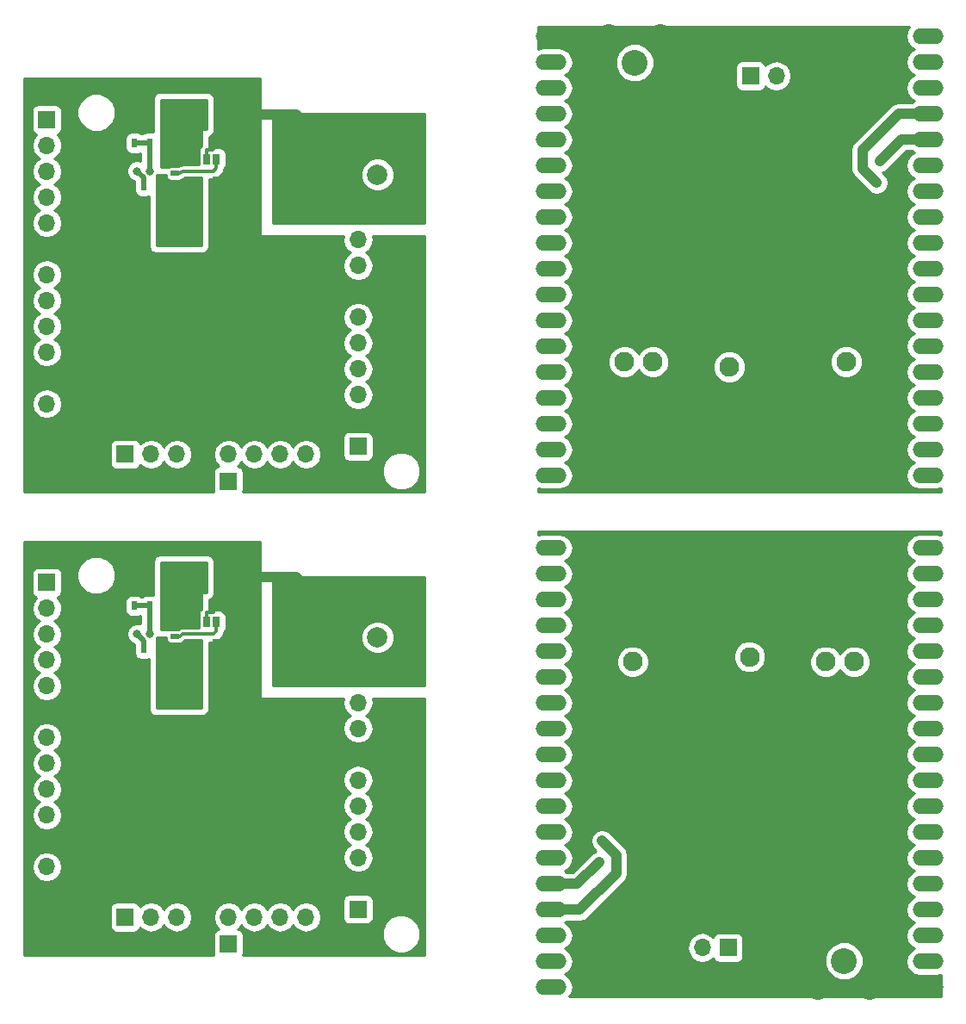
<source format=gbl>
G04 #@! TF.FileFunction,Copper,L2,Bot,Signal*
%FSLAX46Y46*%
G04 Gerber Fmt 4.6, Leading zero omitted, Abs format (unit mm)*
G04 Created by KiCad (PCBNEW 4.0.6-e0-6349~53~ubuntu14.04.1) date Mon Apr 10 17:45:15 2017*
%MOMM*%
%LPD*%
G01*
G04 APERTURE LIST*
%ADD10C,0.100000*%
%ADD11O,1.700000X1.700000*%
%ADD12R,1.700000X1.700000*%
%ADD13R,0.800000X0.750000*%
%ADD14R,0.900000X0.500000*%
%ADD15R,0.500000X0.900000*%
%ADD16R,0.650000X1.060000*%
%ADD17C,2.000000*%
%ADD18C,2.200000*%
%ADD19C,1.930400*%
%ADD20O,3.048000X1.524000*%
%ADD21C,2.540000*%
%ADD22C,0.800000*%
%ADD23C,0.600000*%
%ADD24C,0.600000*%
%ADD25C,1.000000*%
%ADD26C,0.550000*%
%ADD27C,0.350000*%
%ADD28C,1.370000*%
%ADD29C,0.254000*%
G04 APERTURE END LIST*
D10*
D11*
X137500000Y-73510000D03*
X137500000Y-76050000D03*
X137500000Y-78590000D03*
X137500000Y-81130000D03*
X137500000Y-83670000D03*
X137500000Y-86210000D03*
X137500000Y-88750000D03*
X137500000Y-91290000D03*
D12*
X137500000Y-93830000D03*
D13*
X123250000Y-63900000D03*
X121750000Y-63900000D03*
X123250000Y-70100000D03*
X121750000Y-70100000D03*
D12*
X106900000Y-61700000D03*
D11*
X106900000Y-64240000D03*
X106900000Y-66780000D03*
X106900000Y-69320000D03*
X106900000Y-71860000D03*
X106900000Y-74400000D03*
X106900000Y-76940000D03*
X106900000Y-79480000D03*
X106900000Y-82020000D03*
X106900000Y-84560000D03*
X106900000Y-87100000D03*
X106900000Y-89640000D03*
X132380000Y-94600000D03*
X129840000Y-94600000D03*
X127300000Y-94600000D03*
X124760000Y-94600000D03*
X122220000Y-94600000D03*
X119680000Y-94600000D03*
X117140000Y-94600000D03*
D12*
X114600000Y-94600000D03*
X121700000Y-61200000D03*
D11*
X124240000Y-61200000D03*
D14*
X119500000Y-65500000D03*
X119500000Y-67000000D03*
D15*
X116400000Y-68200000D03*
X117900000Y-68200000D03*
X117000000Y-64000000D03*
X118500000Y-64000000D03*
X114000000Y-64000000D03*
X115500000Y-64000000D03*
D16*
X121650000Y-67800000D03*
X123550000Y-67800000D03*
X123550000Y-65600000D03*
X122600000Y-65600000D03*
X121650000Y-65600000D03*
D17*
X139420000Y-67100000D03*
D18*
X141960000Y-69640000D03*
X141960000Y-64560000D03*
X136880000Y-64560000D03*
X136880000Y-69640000D03*
D12*
X124750000Y-97250000D03*
D11*
X137500000Y-119010000D03*
X137500000Y-121550000D03*
X137500000Y-124090000D03*
X137500000Y-126630000D03*
X137500000Y-129170000D03*
X137500000Y-131710000D03*
X137500000Y-134250000D03*
X137500000Y-136790000D03*
D12*
X137500000Y-139330000D03*
D13*
X123250000Y-109400000D03*
X121750000Y-109400000D03*
X123250000Y-115600000D03*
X121750000Y-115600000D03*
D12*
X106900000Y-107200000D03*
D11*
X106900000Y-109740000D03*
X106900000Y-112280000D03*
X106900000Y-114820000D03*
X106900000Y-117360000D03*
X106900000Y-119900000D03*
X106900000Y-122440000D03*
X106900000Y-124980000D03*
X106900000Y-127520000D03*
X106900000Y-130060000D03*
X106900000Y-132600000D03*
X106900000Y-135140000D03*
X132380000Y-140100000D03*
X129840000Y-140100000D03*
X127300000Y-140100000D03*
X124760000Y-140100000D03*
X122220000Y-140100000D03*
X119680000Y-140100000D03*
X117140000Y-140100000D03*
D12*
X114600000Y-140100000D03*
X121700000Y-106700000D03*
D11*
X124240000Y-106700000D03*
D14*
X119500000Y-111000000D03*
X119500000Y-112500000D03*
D15*
X116400000Y-113700000D03*
X117900000Y-113700000D03*
X117000000Y-109500000D03*
X118500000Y-109500000D03*
X114000000Y-109500000D03*
X115500000Y-109500000D03*
D16*
X121650000Y-113300000D03*
X123550000Y-113300000D03*
X123550000Y-111100000D03*
X122600000Y-111100000D03*
X121650000Y-111100000D03*
D17*
X139420000Y-112600000D03*
D18*
X141960000Y-115140000D03*
X141960000Y-110060000D03*
X136880000Y-110060000D03*
X136880000Y-115140000D03*
D12*
X124750000Y-142750000D03*
X176100000Y-57400000D03*
D11*
X178640000Y-57400000D03*
D19*
X163700000Y-85500000D03*
X166500000Y-85500000D03*
X174000000Y-86000000D03*
X185500000Y-85500000D03*
X182000000Y-85500000D03*
D20*
X156452240Y-53493600D03*
X156452240Y-56033600D03*
X156452240Y-58573600D03*
X156452240Y-61113600D03*
X156452240Y-63653600D03*
X156452240Y-66193600D03*
X156452240Y-68733600D03*
X156452240Y-71273600D03*
X156452240Y-73813600D03*
X156452240Y-76353600D03*
X156452240Y-78893600D03*
X156452240Y-81433600D03*
X156452240Y-83973600D03*
X156452240Y-86513600D03*
X156452240Y-89053600D03*
X156452240Y-91593600D03*
X156452240Y-94133600D03*
X156452240Y-96673600D03*
X193559100Y-96673600D03*
X193559100Y-94133600D03*
X193559100Y-91593600D03*
X193559100Y-89053600D03*
X193559100Y-86513600D03*
X193559100Y-83973600D03*
X193559100Y-81433600D03*
X193559100Y-78893600D03*
X193559100Y-76353600D03*
X193559100Y-73813600D03*
X193559100Y-71273600D03*
X193559100Y-68733600D03*
X193559100Y-66193600D03*
X193559100Y-63653600D03*
X193559100Y-61113600D03*
X193559100Y-58573600D03*
X193559100Y-56033600D03*
X193559100Y-53493600D03*
D21*
X164700000Y-56100000D03*
X162160000Y-53560000D03*
X167240000Y-53560000D03*
X162160000Y-58640000D03*
X167240000Y-58640000D03*
D12*
X173900000Y-143100000D03*
D11*
X171360000Y-143100000D03*
D19*
X186300000Y-115000000D03*
X183500000Y-115000000D03*
X176000000Y-114500000D03*
X164500000Y-115000000D03*
X168000000Y-115000000D03*
D20*
X193547760Y-147006400D03*
X193547760Y-144466400D03*
X193547760Y-141926400D03*
X193547760Y-139386400D03*
X193547760Y-136846400D03*
X193547760Y-134306400D03*
X193547760Y-131766400D03*
X193547760Y-129226400D03*
X193547760Y-126686400D03*
X193547760Y-124146400D03*
X193547760Y-121606400D03*
X193547760Y-119066400D03*
X193547760Y-116526400D03*
X193547760Y-113986400D03*
X193547760Y-111446400D03*
X193547760Y-108906400D03*
X193547760Y-106366400D03*
X193547760Y-103826400D03*
X156440900Y-103826400D03*
X156440900Y-106366400D03*
X156440900Y-108906400D03*
X156440900Y-111446400D03*
X156440900Y-113986400D03*
X156440900Y-116526400D03*
X156440900Y-119066400D03*
X156440900Y-121606400D03*
X156440900Y-124146400D03*
X156440900Y-126686400D03*
X156440900Y-129226400D03*
X156440900Y-131766400D03*
X156440900Y-134306400D03*
X156440900Y-136846400D03*
X156440900Y-139386400D03*
X156440900Y-141926400D03*
X156440900Y-144466400D03*
X156440900Y-147006400D03*
D21*
X185300000Y-144400000D03*
X187840000Y-146940000D03*
X182760000Y-146940000D03*
X187840000Y-141860000D03*
X182760000Y-141860000D03*
D22*
X110600000Y-91900000D03*
X134250000Y-93250000D03*
X117000000Y-60500000D03*
X114500000Y-75500000D03*
X114500000Y-85500000D03*
X120000000Y-87000000D03*
X129250000Y-85250000D03*
X129500000Y-75750000D03*
X110600000Y-137400000D03*
X134250000Y-138750000D03*
X117000000Y-106000000D03*
X114500000Y-121000000D03*
X114500000Y-131000000D03*
X120000000Y-132500000D03*
X129250000Y-130750000D03*
X129500000Y-121250000D03*
D23*
X160600000Y-61900000D03*
X161200000Y-82700000D03*
X171700000Y-83700000D03*
X185000000Y-73900000D03*
X183200000Y-83200000D03*
X181900000Y-87700000D03*
X177800000Y-91900000D03*
X166900000Y-63500000D03*
X172700000Y-60300000D03*
X183200000Y-60100000D03*
X189400000Y-138600000D03*
X188800000Y-117800000D03*
X178300000Y-116800000D03*
X165000000Y-126600000D03*
X166800000Y-117300000D03*
X168100000Y-112800000D03*
X172200000Y-108600000D03*
X183100000Y-137000000D03*
X177300000Y-140200000D03*
X166800000Y-140400000D03*
D22*
X119500000Y-73500000D03*
X119500000Y-119000000D03*
X115750000Y-66750000D03*
X115750000Y-112250000D03*
X117000000Y-66750000D03*
X117000000Y-112250000D03*
D23*
X188800000Y-65800000D03*
X161200000Y-134700000D03*
X188500000Y-67900000D03*
X161500000Y-132600000D03*
D24*
X110600000Y-91900000D02*
X110600000Y-91300000D01*
D25*
X124240000Y-61200000D02*
X131400000Y-61200000D01*
X131400000Y-61200000D02*
X132500000Y-62300000D01*
X131400000Y-61200000D02*
X132500000Y-62300000D01*
X124240000Y-61200000D02*
X124600000Y-61200000D01*
D26*
X134500000Y-93500000D02*
X134500000Y-93750000D01*
X134250000Y-93250000D02*
X134500000Y-93500000D01*
D24*
X117000000Y-60500000D02*
X116250000Y-60500000D01*
D26*
X114500000Y-75500000D02*
X114899999Y-75899999D01*
X114899999Y-75899999D02*
X115100001Y-75899999D01*
X114500000Y-85500000D02*
X114750000Y-85750000D01*
X120000000Y-87000000D02*
X120500000Y-86500000D01*
X129250000Y-85250000D02*
X128250000Y-85250000D01*
D27*
X122600000Y-64650000D02*
X123225000Y-64650000D01*
X123225000Y-64650000D02*
X123250000Y-64625000D01*
X123250000Y-64625000D02*
X123250000Y-63900000D01*
X122600000Y-65600000D02*
X122600000Y-64650000D01*
D24*
X110600000Y-137400000D02*
X110600000Y-136800000D01*
D25*
X124240000Y-106700000D02*
X131400000Y-106700000D01*
X131400000Y-106700000D02*
X132500000Y-107800000D01*
X131400000Y-106700000D02*
X132500000Y-107800000D01*
X124240000Y-106700000D02*
X124600000Y-106700000D01*
D26*
X134500000Y-139000000D02*
X134500000Y-139250000D01*
X134250000Y-138750000D02*
X134500000Y-139000000D01*
D24*
X117000000Y-106000000D02*
X116250000Y-106000000D01*
D26*
X114500000Y-121000000D02*
X114899999Y-121399999D01*
X114899999Y-121399999D02*
X115100001Y-121399999D01*
X114500000Y-131000000D02*
X114750000Y-131250000D01*
X120000000Y-132500000D02*
X120500000Y-132000000D01*
X129250000Y-130750000D02*
X128250000Y-130750000D01*
D27*
X122600000Y-110150000D02*
X123225000Y-110150000D01*
X123225000Y-110150000D02*
X123250000Y-110125000D01*
X123250000Y-110125000D02*
X123250000Y-109400000D01*
X122600000Y-111100000D02*
X122600000Y-110150000D01*
D28*
X160200000Y-62300000D02*
X160200000Y-62700000D01*
X160600000Y-61900000D02*
X160200000Y-62300000D01*
X160800000Y-83100000D02*
X161200000Y-82700000D01*
X171700000Y-83700000D02*
X171100000Y-83700000D01*
D25*
X184700000Y-73600000D02*
X185000000Y-73900000D01*
X183400000Y-83400000D02*
X183200000Y-83200000D01*
X181600000Y-88000000D02*
X181900000Y-87700000D01*
X166900000Y-63500000D02*
X166600000Y-63800000D01*
X166600000Y-63800000D02*
X166600000Y-64000000D01*
X172700000Y-60300000D02*
X172700000Y-59600000D01*
X183500000Y-59800000D02*
X183200000Y-60100000D01*
X166500000Y-64100000D02*
X166600000Y-64000000D01*
D28*
X189800000Y-138200000D02*
X189800000Y-137800000D01*
X189400000Y-138600000D02*
X189800000Y-138200000D01*
X189200000Y-117400000D02*
X188800000Y-117800000D01*
X178300000Y-116800000D02*
X178900000Y-116800000D01*
D25*
X165300000Y-126900000D02*
X165000000Y-126600000D01*
X166600000Y-117100000D02*
X166800000Y-117300000D01*
X168400000Y-112500000D02*
X168100000Y-112800000D01*
X183100000Y-137000000D02*
X183400000Y-136700000D01*
X183400000Y-136700000D02*
X183400000Y-136500000D01*
X177300000Y-140200000D02*
X177300000Y-140900000D01*
X166500000Y-140700000D02*
X166800000Y-140400000D01*
X183500000Y-136400000D02*
X183400000Y-136500000D01*
X119500000Y-72250000D02*
X119500000Y-73500000D01*
X119500000Y-117750000D02*
X119500000Y-119000000D01*
D26*
X116400000Y-68200000D02*
X116400000Y-67400000D01*
X116400000Y-67400000D02*
X115750000Y-66750000D01*
X116400000Y-113700000D02*
X116400000Y-112900000D01*
X116400000Y-112900000D02*
X115750000Y-112250000D01*
X117000000Y-64000000D02*
X115500000Y-64000000D01*
X117000000Y-66750000D02*
X117000000Y-64000000D01*
X117000000Y-109500000D02*
X115500000Y-109500000D01*
X117000000Y-112250000D02*
X117000000Y-109500000D01*
D27*
X119500000Y-67000000D02*
X120000000Y-67000000D01*
X120000000Y-67000000D02*
X120250000Y-66750000D01*
X120250000Y-66750000D02*
X123280000Y-66750000D01*
X123280000Y-66750000D02*
X123550000Y-66480000D01*
X123550000Y-66480000D02*
X123550000Y-65600000D01*
X119500000Y-112500000D02*
X120000000Y-112500000D01*
X120000000Y-112500000D02*
X120250000Y-112250000D01*
X120250000Y-112250000D02*
X123280000Y-112250000D01*
X123280000Y-112250000D02*
X123550000Y-111980000D01*
X123550000Y-111980000D02*
X123550000Y-111100000D01*
D25*
X188800000Y-65800000D02*
X190946400Y-63653600D01*
X190946400Y-63653600D02*
X193559100Y-63653600D01*
X161200000Y-134700000D02*
X159053600Y-136846400D01*
X159053600Y-136846400D02*
X156440900Y-136846400D01*
X187100000Y-64700000D02*
X190686400Y-61113600D01*
X190686400Y-61113600D02*
X193559100Y-61113600D01*
X187100000Y-66500000D02*
X187100000Y-64700000D01*
X188500000Y-67900000D02*
X187100000Y-66500000D01*
X162900000Y-135800000D02*
X159313600Y-139386400D01*
X159313600Y-139386400D02*
X156440900Y-139386400D01*
X162900000Y-134000000D02*
X162900000Y-135800000D01*
X161500000Y-132600000D02*
X162900000Y-134000000D01*
D29*
G36*
X122573000Y-62673000D02*
X122200000Y-62673000D01*
X122150590Y-62683006D01*
X122108965Y-62711447D01*
X122081685Y-62753841D01*
X122073000Y-62800000D01*
X122073000Y-64373000D01*
X122000000Y-64373000D01*
X121950590Y-64383006D01*
X121908965Y-64411447D01*
X121881685Y-64453841D01*
X121873000Y-64500000D01*
X121873000Y-64905241D01*
X121839635Y-65070000D01*
X121839635Y-66130000D01*
X121843022Y-66148000D01*
X120250000Y-66148000D01*
X120057846Y-66186222D01*
X120019624Y-66193825D01*
X119838819Y-66314635D01*
X119050000Y-66314635D01*
X118891763Y-66344409D01*
X118847332Y-66373000D01*
X118127000Y-66373000D01*
X118127000Y-59727000D01*
X122573000Y-59727000D01*
X122573000Y-62673000D01*
X122573000Y-62673000D01*
G37*
X122573000Y-62673000D02*
X122200000Y-62673000D01*
X122150590Y-62683006D01*
X122108965Y-62711447D01*
X122081685Y-62753841D01*
X122073000Y-62800000D01*
X122073000Y-64373000D01*
X122000000Y-64373000D01*
X121950590Y-64383006D01*
X121908965Y-64411447D01*
X121881685Y-64453841D01*
X121873000Y-64500000D01*
X121873000Y-64905241D01*
X121839635Y-65070000D01*
X121839635Y-66130000D01*
X121843022Y-66148000D01*
X120250000Y-66148000D01*
X120057846Y-66186222D01*
X120019624Y-66193825D01*
X119838819Y-66314635D01*
X119050000Y-66314635D01*
X118891763Y-66344409D01*
X118847332Y-66373000D01*
X118127000Y-66373000D01*
X118127000Y-59727000D01*
X122573000Y-59727000D01*
X122573000Y-62673000D01*
G36*
X118614635Y-67250000D02*
X118644409Y-67408237D01*
X118737927Y-67553567D01*
X118880619Y-67651064D01*
X119050000Y-67685365D01*
X119950000Y-67685365D01*
X120108237Y-67655591D01*
X120253567Y-67562073D01*
X120280465Y-67522706D01*
X120425678Y-67425678D01*
X120499356Y-67352000D01*
X122073000Y-67352000D01*
X122073000Y-74073000D01*
X117727000Y-74073000D01*
X117727000Y-67155703D01*
X117738919Y-67127000D01*
X118614635Y-67127000D01*
X118614635Y-67250000D01*
X118614635Y-67250000D01*
G37*
X118614635Y-67250000D02*
X118644409Y-67408237D01*
X118737927Y-67553567D01*
X118880619Y-67651064D01*
X119050000Y-67685365D01*
X119950000Y-67685365D01*
X120108237Y-67655591D01*
X120253567Y-67562073D01*
X120280465Y-67522706D01*
X120425678Y-67425678D01*
X120499356Y-67352000D01*
X122073000Y-67352000D01*
X122073000Y-74073000D01*
X117727000Y-74073000D01*
X117727000Y-67155703D01*
X117738919Y-67127000D01*
X118614635Y-67127000D01*
X118614635Y-67250000D01*
G36*
X127873000Y-73000000D02*
X127881685Y-73046159D01*
X127908965Y-73088553D01*
X127950590Y-73116994D01*
X128000000Y-73127000D01*
X136062090Y-73127000D01*
X135985907Y-73510000D01*
X136098946Y-74078285D01*
X136420853Y-74560054D01*
X136750026Y-74780000D01*
X136420853Y-74999946D01*
X136098946Y-75481715D01*
X135985907Y-76050000D01*
X136098946Y-76618285D01*
X136420853Y-77100054D01*
X136902622Y-77421961D01*
X137470907Y-77535000D01*
X137529093Y-77535000D01*
X138097378Y-77421961D01*
X138579147Y-77100054D01*
X138901054Y-76618285D01*
X139014093Y-76050000D01*
X138901054Y-75481715D01*
X138579147Y-74999946D01*
X138249974Y-74780000D01*
X138579147Y-74560054D01*
X138901054Y-74078285D01*
X139014093Y-73510000D01*
X138937910Y-73127000D01*
X144065000Y-73127000D01*
X144065000Y-98315000D01*
X126203901Y-98315000D01*
X126247440Y-98100000D01*
X126247440Y-96623305D01*
X139864674Y-96623305D01*
X140151043Y-97316372D01*
X140680839Y-97847093D01*
X141373405Y-98134672D01*
X142123305Y-98135326D01*
X142816372Y-97848957D01*
X143347093Y-97319161D01*
X143634672Y-96626595D01*
X143635326Y-95876695D01*
X143348957Y-95183628D01*
X142819161Y-94652907D01*
X142126595Y-94365328D01*
X141376695Y-94364674D01*
X140683628Y-94651043D01*
X140152907Y-95180839D01*
X139865328Y-95873405D01*
X139864674Y-96623305D01*
X126247440Y-96623305D01*
X126247440Y-96400000D01*
X126203162Y-96164683D01*
X126064090Y-95948559D01*
X125851890Y-95803569D01*
X125676883Y-95768129D01*
X125810054Y-95679147D01*
X126030000Y-95349974D01*
X126249946Y-95679147D01*
X126731715Y-96001054D01*
X127300000Y-96114093D01*
X127868285Y-96001054D01*
X128350054Y-95679147D01*
X128570000Y-95349974D01*
X128789946Y-95679147D01*
X129271715Y-96001054D01*
X129840000Y-96114093D01*
X130408285Y-96001054D01*
X130890054Y-95679147D01*
X131110000Y-95349974D01*
X131329946Y-95679147D01*
X131811715Y-96001054D01*
X132380000Y-96114093D01*
X132948285Y-96001054D01*
X133430054Y-95679147D01*
X133751961Y-95197378D01*
X133865000Y-94629093D01*
X133865000Y-94570907D01*
X133751961Y-94002622D01*
X133430054Y-93520853D01*
X132948285Y-93198946D01*
X132380000Y-93085907D01*
X131811715Y-93198946D01*
X131329946Y-93520853D01*
X131110000Y-93850026D01*
X130890054Y-93520853D01*
X130408285Y-93198946D01*
X129840000Y-93085907D01*
X129271715Y-93198946D01*
X128789946Y-93520853D01*
X128570000Y-93850026D01*
X128350054Y-93520853D01*
X127868285Y-93198946D01*
X127300000Y-93085907D01*
X126731715Y-93198946D01*
X126249946Y-93520853D01*
X126030000Y-93850026D01*
X125810054Y-93520853D01*
X125328285Y-93198946D01*
X124760000Y-93085907D01*
X124191715Y-93198946D01*
X123709946Y-93520853D01*
X123388039Y-94002622D01*
X123275000Y-94570907D01*
X123275000Y-94629093D01*
X123388039Y-95197378D01*
X123709946Y-95679147D01*
X123837435Y-95764332D01*
X123664683Y-95796838D01*
X123448559Y-95935910D01*
X123303569Y-96148110D01*
X123252560Y-96400000D01*
X123252560Y-98100000D01*
X123293015Y-98315000D01*
X104685000Y-98315000D01*
X104685000Y-93750000D01*
X113102560Y-93750000D01*
X113102560Y-95450000D01*
X113146838Y-95685317D01*
X113285910Y-95901441D01*
X113498110Y-96046431D01*
X113750000Y-96097440D01*
X115450000Y-96097440D01*
X115685317Y-96053162D01*
X115901441Y-95914090D01*
X116046431Y-95701890D01*
X116060086Y-95634459D01*
X116089946Y-95679147D01*
X116571715Y-96001054D01*
X117140000Y-96114093D01*
X117708285Y-96001054D01*
X118190054Y-95679147D01*
X118410000Y-95349974D01*
X118629946Y-95679147D01*
X119111715Y-96001054D01*
X119680000Y-96114093D01*
X120248285Y-96001054D01*
X120730054Y-95679147D01*
X121051961Y-95197378D01*
X121165000Y-94629093D01*
X121165000Y-94570907D01*
X121051961Y-94002622D01*
X120730054Y-93520853D01*
X120248285Y-93198946D01*
X119680000Y-93085907D01*
X119111715Y-93198946D01*
X118629946Y-93520853D01*
X118410000Y-93850026D01*
X118190054Y-93520853D01*
X117708285Y-93198946D01*
X117140000Y-93085907D01*
X116571715Y-93198946D01*
X116089946Y-93520853D01*
X116062150Y-93562452D01*
X116053162Y-93514683D01*
X115914090Y-93298559D01*
X115701890Y-93153569D01*
X115450000Y-93102560D01*
X113750000Y-93102560D01*
X113514683Y-93146838D01*
X113298559Y-93285910D01*
X113153569Y-93498110D01*
X113102560Y-93750000D01*
X104685000Y-93750000D01*
X104685000Y-92980000D01*
X136002560Y-92980000D01*
X136002560Y-94680000D01*
X136046838Y-94915317D01*
X136185910Y-95131441D01*
X136398110Y-95276431D01*
X136650000Y-95327440D01*
X138350000Y-95327440D01*
X138585317Y-95283162D01*
X138801441Y-95144090D01*
X138946431Y-94931890D01*
X138997440Y-94680000D01*
X138997440Y-92980000D01*
X138953162Y-92744683D01*
X138814090Y-92528559D01*
X138601890Y-92383569D01*
X138350000Y-92332560D01*
X136650000Y-92332560D01*
X136414683Y-92376838D01*
X136198559Y-92515910D01*
X136053569Y-92728110D01*
X136002560Y-92980000D01*
X104685000Y-92980000D01*
X104685000Y-89640000D01*
X105385907Y-89640000D01*
X105498946Y-90208285D01*
X105820853Y-90690054D01*
X106302622Y-91011961D01*
X106870907Y-91125000D01*
X106929093Y-91125000D01*
X107497378Y-91011961D01*
X107979147Y-90690054D01*
X108301054Y-90208285D01*
X108414093Y-89640000D01*
X108301054Y-89071715D01*
X107979147Y-88589946D01*
X107497378Y-88268039D01*
X106929093Y-88155000D01*
X106870907Y-88155000D01*
X106302622Y-88268039D01*
X105820853Y-88589946D01*
X105498946Y-89071715D01*
X105385907Y-89640000D01*
X104685000Y-89640000D01*
X104685000Y-76940000D01*
X105385907Y-76940000D01*
X105498946Y-77508285D01*
X105820853Y-77990054D01*
X106150026Y-78210000D01*
X105820853Y-78429946D01*
X105498946Y-78911715D01*
X105385907Y-79480000D01*
X105498946Y-80048285D01*
X105820853Y-80530054D01*
X106150026Y-80750000D01*
X105820853Y-80969946D01*
X105498946Y-81451715D01*
X105385907Y-82020000D01*
X105498946Y-82588285D01*
X105820853Y-83070054D01*
X106150026Y-83290000D01*
X105820853Y-83509946D01*
X105498946Y-83991715D01*
X105385907Y-84560000D01*
X105498946Y-85128285D01*
X105820853Y-85610054D01*
X106302622Y-85931961D01*
X106870907Y-86045000D01*
X106929093Y-86045000D01*
X107497378Y-85931961D01*
X107979147Y-85610054D01*
X108301054Y-85128285D01*
X108414093Y-84560000D01*
X108301054Y-83991715D01*
X107979147Y-83509946D01*
X107649974Y-83290000D01*
X107979147Y-83070054D01*
X108301054Y-82588285D01*
X108414093Y-82020000D01*
X108301054Y-81451715D01*
X108086092Y-81130000D01*
X135985907Y-81130000D01*
X136098946Y-81698285D01*
X136420853Y-82180054D01*
X136750026Y-82400000D01*
X136420853Y-82619946D01*
X136098946Y-83101715D01*
X135985907Y-83670000D01*
X136098946Y-84238285D01*
X136420853Y-84720054D01*
X136750026Y-84940000D01*
X136420853Y-85159946D01*
X136098946Y-85641715D01*
X135985907Y-86210000D01*
X136098946Y-86778285D01*
X136420853Y-87260054D01*
X136750026Y-87480000D01*
X136420853Y-87699946D01*
X136098946Y-88181715D01*
X135985907Y-88750000D01*
X136098946Y-89318285D01*
X136420853Y-89800054D01*
X136902622Y-90121961D01*
X137470907Y-90235000D01*
X137529093Y-90235000D01*
X138097378Y-90121961D01*
X138579147Y-89800054D01*
X138901054Y-89318285D01*
X139014093Y-88750000D01*
X138901054Y-88181715D01*
X138579147Y-87699946D01*
X138249974Y-87480000D01*
X138579147Y-87260054D01*
X138901054Y-86778285D01*
X139014093Y-86210000D01*
X138901054Y-85641715D01*
X138579147Y-85159946D01*
X138249974Y-84940000D01*
X138579147Y-84720054D01*
X138901054Y-84238285D01*
X139014093Y-83670000D01*
X138901054Y-83101715D01*
X138579147Y-82619946D01*
X138249974Y-82400000D01*
X138579147Y-82180054D01*
X138901054Y-81698285D01*
X139014093Y-81130000D01*
X138901054Y-80561715D01*
X138579147Y-80079946D01*
X138097378Y-79758039D01*
X137529093Y-79645000D01*
X137470907Y-79645000D01*
X136902622Y-79758039D01*
X136420853Y-80079946D01*
X136098946Y-80561715D01*
X135985907Y-81130000D01*
X108086092Y-81130000D01*
X107979147Y-80969946D01*
X107649974Y-80750000D01*
X107979147Y-80530054D01*
X108301054Y-80048285D01*
X108414093Y-79480000D01*
X108301054Y-78911715D01*
X107979147Y-78429946D01*
X107649974Y-78210000D01*
X107979147Y-77990054D01*
X108301054Y-77508285D01*
X108414093Y-76940000D01*
X108301054Y-76371715D01*
X107979147Y-75889946D01*
X107497378Y-75568039D01*
X106929093Y-75455000D01*
X106870907Y-75455000D01*
X106302622Y-75568039D01*
X105820853Y-75889946D01*
X105498946Y-76371715D01*
X105385907Y-76940000D01*
X104685000Y-76940000D01*
X104685000Y-64240000D01*
X105385907Y-64240000D01*
X105498946Y-64808285D01*
X105820853Y-65290054D01*
X106150026Y-65510000D01*
X105820853Y-65729946D01*
X105498946Y-66211715D01*
X105385907Y-66780000D01*
X105498946Y-67348285D01*
X105820853Y-67830054D01*
X106150026Y-68050000D01*
X105820853Y-68269946D01*
X105498946Y-68751715D01*
X105385907Y-69320000D01*
X105498946Y-69888285D01*
X105820853Y-70370054D01*
X106150026Y-70590000D01*
X105820853Y-70809946D01*
X105498946Y-71291715D01*
X105385907Y-71860000D01*
X105498946Y-72428285D01*
X105820853Y-72910054D01*
X106302622Y-73231961D01*
X106870907Y-73345000D01*
X106929093Y-73345000D01*
X107497378Y-73231961D01*
X107979147Y-72910054D01*
X108301054Y-72428285D01*
X108414093Y-71860000D01*
X108301054Y-71291715D01*
X107979147Y-70809946D01*
X107649974Y-70590000D01*
X107979147Y-70370054D01*
X108301054Y-69888285D01*
X108414093Y-69320000D01*
X108301054Y-68751715D01*
X107979147Y-68269946D01*
X107649974Y-68050000D01*
X107979147Y-67830054D01*
X108301054Y-67348285D01*
X108414093Y-66780000D01*
X108301054Y-66211715D01*
X107979147Y-65729946D01*
X107649974Y-65510000D01*
X107979147Y-65290054D01*
X108301054Y-64808285D01*
X108414093Y-64240000D01*
X108366354Y-64000000D01*
X114590000Y-64000000D01*
X114602560Y-64063143D01*
X114602560Y-64450000D01*
X114646838Y-64685317D01*
X114785910Y-64901441D01*
X114998110Y-65046431D01*
X115250000Y-65097440D01*
X115750000Y-65097440D01*
X115985317Y-65053162D01*
X116090000Y-64985800D01*
X116090000Y-65770499D01*
X115956777Y-65715180D01*
X115545029Y-65714821D01*
X115164485Y-65872058D01*
X114873081Y-66162954D01*
X114715180Y-66543223D01*
X114714821Y-66954971D01*
X114872058Y-67335515D01*
X115162954Y-67626919D01*
X115465693Y-67752627D01*
X115490000Y-67776934D01*
X115490000Y-68200000D01*
X115502560Y-68263143D01*
X115502560Y-68650000D01*
X115546838Y-68885317D01*
X115685910Y-69101441D01*
X115898110Y-69246431D01*
X116150000Y-69297440D01*
X116650000Y-69297440D01*
X116885317Y-69253162D01*
X116965000Y-69201887D01*
X116965000Y-74200000D01*
X117008427Y-74430795D01*
X117144827Y-74642767D01*
X117352949Y-74784971D01*
X117600000Y-74835000D01*
X122200000Y-74835000D01*
X122430795Y-74791573D01*
X122642767Y-74655173D01*
X122784971Y-74447051D01*
X122835000Y-74200000D01*
X122835000Y-67560000D01*
X123280000Y-67560000D01*
X123589974Y-67498342D01*
X123852756Y-67322756D01*
X124122757Y-67052756D01*
X124298343Y-66789973D01*
X124341768Y-66571658D01*
X124471431Y-66381890D01*
X124522440Y-66130000D01*
X124522440Y-65070000D01*
X124478162Y-64834683D01*
X124339090Y-64618559D01*
X124126890Y-64473569D01*
X123875000Y-64422560D01*
X123225000Y-64422560D01*
X122989683Y-64466838D01*
X122819545Y-64576319D01*
X122835000Y-64500000D01*
X122835000Y-63409598D01*
X122930795Y-63391573D01*
X123142767Y-63255173D01*
X123284971Y-63047051D01*
X123335000Y-62800000D01*
X123335000Y-59600000D01*
X123291573Y-59369205D01*
X123155173Y-59157233D01*
X122947051Y-59015029D01*
X122700000Y-58965000D01*
X118000000Y-58965000D01*
X117769205Y-59008427D01*
X117557233Y-59144827D01*
X117415029Y-59352949D01*
X117365000Y-59600000D01*
X117365000Y-62925848D01*
X117250000Y-62902560D01*
X116750000Y-62902560D01*
X116514683Y-62946838D01*
X116298559Y-63085910D01*
X116295764Y-63090000D01*
X116201563Y-63090000D01*
X116001890Y-62953569D01*
X115750000Y-62902560D01*
X115250000Y-62902560D01*
X115014683Y-62946838D01*
X114798559Y-63085910D01*
X114653569Y-63298110D01*
X114602560Y-63550000D01*
X114602560Y-63936857D01*
X114590000Y-64000000D01*
X108366354Y-64000000D01*
X108301054Y-63671715D01*
X107979147Y-63189946D01*
X107937548Y-63162150D01*
X107985317Y-63153162D01*
X108201441Y-63014090D01*
X108346431Y-62801890D01*
X108397440Y-62550000D01*
X108397440Y-61373305D01*
X109864674Y-61373305D01*
X110151043Y-62066372D01*
X110680839Y-62597093D01*
X111373405Y-62884672D01*
X112123305Y-62885326D01*
X112816372Y-62598957D01*
X113347093Y-62069161D01*
X113634672Y-61376595D01*
X113635326Y-60626695D01*
X113348957Y-59933628D01*
X112819161Y-59402907D01*
X112126595Y-59115328D01*
X111376695Y-59114674D01*
X110683628Y-59401043D01*
X110152907Y-59930839D01*
X109865328Y-60623405D01*
X109864674Y-61373305D01*
X108397440Y-61373305D01*
X108397440Y-60850000D01*
X108353162Y-60614683D01*
X108214090Y-60398559D01*
X108001890Y-60253569D01*
X107750000Y-60202560D01*
X106050000Y-60202560D01*
X105814683Y-60246838D01*
X105598559Y-60385910D01*
X105453569Y-60598110D01*
X105402560Y-60850000D01*
X105402560Y-62550000D01*
X105446838Y-62785317D01*
X105585910Y-63001441D01*
X105798110Y-63146431D01*
X105865541Y-63160086D01*
X105820853Y-63189946D01*
X105498946Y-63671715D01*
X105385907Y-64240000D01*
X104685000Y-64240000D01*
X104685000Y-57685000D01*
X127873000Y-57685000D01*
X127873000Y-73000000D01*
X127873000Y-73000000D01*
G37*
X127873000Y-73000000D02*
X127881685Y-73046159D01*
X127908965Y-73088553D01*
X127950590Y-73116994D01*
X128000000Y-73127000D01*
X136062090Y-73127000D01*
X135985907Y-73510000D01*
X136098946Y-74078285D01*
X136420853Y-74560054D01*
X136750026Y-74780000D01*
X136420853Y-74999946D01*
X136098946Y-75481715D01*
X135985907Y-76050000D01*
X136098946Y-76618285D01*
X136420853Y-77100054D01*
X136902622Y-77421961D01*
X137470907Y-77535000D01*
X137529093Y-77535000D01*
X138097378Y-77421961D01*
X138579147Y-77100054D01*
X138901054Y-76618285D01*
X139014093Y-76050000D01*
X138901054Y-75481715D01*
X138579147Y-74999946D01*
X138249974Y-74780000D01*
X138579147Y-74560054D01*
X138901054Y-74078285D01*
X139014093Y-73510000D01*
X138937910Y-73127000D01*
X144065000Y-73127000D01*
X144065000Y-98315000D01*
X126203901Y-98315000D01*
X126247440Y-98100000D01*
X126247440Y-96623305D01*
X139864674Y-96623305D01*
X140151043Y-97316372D01*
X140680839Y-97847093D01*
X141373405Y-98134672D01*
X142123305Y-98135326D01*
X142816372Y-97848957D01*
X143347093Y-97319161D01*
X143634672Y-96626595D01*
X143635326Y-95876695D01*
X143348957Y-95183628D01*
X142819161Y-94652907D01*
X142126595Y-94365328D01*
X141376695Y-94364674D01*
X140683628Y-94651043D01*
X140152907Y-95180839D01*
X139865328Y-95873405D01*
X139864674Y-96623305D01*
X126247440Y-96623305D01*
X126247440Y-96400000D01*
X126203162Y-96164683D01*
X126064090Y-95948559D01*
X125851890Y-95803569D01*
X125676883Y-95768129D01*
X125810054Y-95679147D01*
X126030000Y-95349974D01*
X126249946Y-95679147D01*
X126731715Y-96001054D01*
X127300000Y-96114093D01*
X127868285Y-96001054D01*
X128350054Y-95679147D01*
X128570000Y-95349974D01*
X128789946Y-95679147D01*
X129271715Y-96001054D01*
X129840000Y-96114093D01*
X130408285Y-96001054D01*
X130890054Y-95679147D01*
X131110000Y-95349974D01*
X131329946Y-95679147D01*
X131811715Y-96001054D01*
X132380000Y-96114093D01*
X132948285Y-96001054D01*
X133430054Y-95679147D01*
X133751961Y-95197378D01*
X133865000Y-94629093D01*
X133865000Y-94570907D01*
X133751961Y-94002622D01*
X133430054Y-93520853D01*
X132948285Y-93198946D01*
X132380000Y-93085907D01*
X131811715Y-93198946D01*
X131329946Y-93520853D01*
X131110000Y-93850026D01*
X130890054Y-93520853D01*
X130408285Y-93198946D01*
X129840000Y-93085907D01*
X129271715Y-93198946D01*
X128789946Y-93520853D01*
X128570000Y-93850026D01*
X128350054Y-93520853D01*
X127868285Y-93198946D01*
X127300000Y-93085907D01*
X126731715Y-93198946D01*
X126249946Y-93520853D01*
X126030000Y-93850026D01*
X125810054Y-93520853D01*
X125328285Y-93198946D01*
X124760000Y-93085907D01*
X124191715Y-93198946D01*
X123709946Y-93520853D01*
X123388039Y-94002622D01*
X123275000Y-94570907D01*
X123275000Y-94629093D01*
X123388039Y-95197378D01*
X123709946Y-95679147D01*
X123837435Y-95764332D01*
X123664683Y-95796838D01*
X123448559Y-95935910D01*
X123303569Y-96148110D01*
X123252560Y-96400000D01*
X123252560Y-98100000D01*
X123293015Y-98315000D01*
X104685000Y-98315000D01*
X104685000Y-93750000D01*
X113102560Y-93750000D01*
X113102560Y-95450000D01*
X113146838Y-95685317D01*
X113285910Y-95901441D01*
X113498110Y-96046431D01*
X113750000Y-96097440D01*
X115450000Y-96097440D01*
X115685317Y-96053162D01*
X115901441Y-95914090D01*
X116046431Y-95701890D01*
X116060086Y-95634459D01*
X116089946Y-95679147D01*
X116571715Y-96001054D01*
X117140000Y-96114093D01*
X117708285Y-96001054D01*
X118190054Y-95679147D01*
X118410000Y-95349974D01*
X118629946Y-95679147D01*
X119111715Y-96001054D01*
X119680000Y-96114093D01*
X120248285Y-96001054D01*
X120730054Y-95679147D01*
X121051961Y-95197378D01*
X121165000Y-94629093D01*
X121165000Y-94570907D01*
X121051961Y-94002622D01*
X120730054Y-93520853D01*
X120248285Y-93198946D01*
X119680000Y-93085907D01*
X119111715Y-93198946D01*
X118629946Y-93520853D01*
X118410000Y-93850026D01*
X118190054Y-93520853D01*
X117708285Y-93198946D01*
X117140000Y-93085907D01*
X116571715Y-93198946D01*
X116089946Y-93520853D01*
X116062150Y-93562452D01*
X116053162Y-93514683D01*
X115914090Y-93298559D01*
X115701890Y-93153569D01*
X115450000Y-93102560D01*
X113750000Y-93102560D01*
X113514683Y-93146838D01*
X113298559Y-93285910D01*
X113153569Y-93498110D01*
X113102560Y-93750000D01*
X104685000Y-93750000D01*
X104685000Y-92980000D01*
X136002560Y-92980000D01*
X136002560Y-94680000D01*
X136046838Y-94915317D01*
X136185910Y-95131441D01*
X136398110Y-95276431D01*
X136650000Y-95327440D01*
X138350000Y-95327440D01*
X138585317Y-95283162D01*
X138801441Y-95144090D01*
X138946431Y-94931890D01*
X138997440Y-94680000D01*
X138997440Y-92980000D01*
X138953162Y-92744683D01*
X138814090Y-92528559D01*
X138601890Y-92383569D01*
X138350000Y-92332560D01*
X136650000Y-92332560D01*
X136414683Y-92376838D01*
X136198559Y-92515910D01*
X136053569Y-92728110D01*
X136002560Y-92980000D01*
X104685000Y-92980000D01*
X104685000Y-89640000D01*
X105385907Y-89640000D01*
X105498946Y-90208285D01*
X105820853Y-90690054D01*
X106302622Y-91011961D01*
X106870907Y-91125000D01*
X106929093Y-91125000D01*
X107497378Y-91011961D01*
X107979147Y-90690054D01*
X108301054Y-90208285D01*
X108414093Y-89640000D01*
X108301054Y-89071715D01*
X107979147Y-88589946D01*
X107497378Y-88268039D01*
X106929093Y-88155000D01*
X106870907Y-88155000D01*
X106302622Y-88268039D01*
X105820853Y-88589946D01*
X105498946Y-89071715D01*
X105385907Y-89640000D01*
X104685000Y-89640000D01*
X104685000Y-76940000D01*
X105385907Y-76940000D01*
X105498946Y-77508285D01*
X105820853Y-77990054D01*
X106150026Y-78210000D01*
X105820853Y-78429946D01*
X105498946Y-78911715D01*
X105385907Y-79480000D01*
X105498946Y-80048285D01*
X105820853Y-80530054D01*
X106150026Y-80750000D01*
X105820853Y-80969946D01*
X105498946Y-81451715D01*
X105385907Y-82020000D01*
X105498946Y-82588285D01*
X105820853Y-83070054D01*
X106150026Y-83290000D01*
X105820853Y-83509946D01*
X105498946Y-83991715D01*
X105385907Y-84560000D01*
X105498946Y-85128285D01*
X105820853Y-85610054D01*
X106302622Y-85931961D01*
X106870907Y-86045000D01*
X106929093Y-86045000D01*
X107497378Y-85931961D01*
X107979147Y-85610054D01*
X108301054Y-85128285D01*
X108414093Y-84560000D01*
X108301054Y-83991715D01*
X107979147Y-83509946D01*
X107649974Y-83290000D01*
X107979147Y-83070054D01*
X108301054Y-82588285D01*
X108414093Y-82020000D01*
X108301054Y-81451715D01*
X108086092Y-81130000D01*
X135985907Y-81130000D01*
X136098946Y-81698285D01*
X136420853Y-82180054D01*
X136750026Y-82400000D01*
X136420853Y-82619946D01*
X136098946Y-83101715D01*
X135985907Y-83670000D01*
X136098946Y-84238285D01*
X136420853Y-84720054D01*
X136750026Y-84940000D01*
X136420853Y-85159946D01*
X136098946Y-85641715D01*
X135985907Y-86210000D01*
X136098946Y-86778285D01*
X136420853Y-87260054D01*
X136750026Y-87480000D01*
X136420853Y-87699946D01*
X136098946Y-88181715D01*
X135985907Y-88750000D01*
X136098946Y-89318285D01*
X136420853Y-89800054D01*
X136902622Y-90121961D01*
X137470907Y-90235000D01*
X137529093Y-90235000D01*
X138097378Y-90121961D01*
X138579147Y-89800054D01*
X138901054Y-89318285D01*
X139014093Y-88750000D01*
X138901054Y-88181715D01*
X138579147Y-87699946D01*
X138249974Y-87480000D01*
X138579147Y-87260054D01*
X138901054Y-86778285D01*
X139014093Y-86210000D01*
X138901054Y-85641715D01*
X138579147Y-85159946D01*
X138249974Y-84940000D01*
X138579147Y-84720054D01*
X138901054Y-84238285D01*
X139014093Y-83670000D01*
X138901054Y-83101715D01*
X138579147Y-82619946D01*
X138249974Y-82400000D01*
X138579147Y-82180054D01*
X138901054Y-81698285D01*
X139014093Y-81130000D01*
X138901054Y-80561715D01*
X138579147Y-80079946D01*
X138097378Y-79758039D01*
X137529093Y-79645000D01*
X137470907Y-79645000D01*
X136902622Y-79758039D01*
X136420853Y-80079946D01*
X136098946Y-80561715D01*
X135985907Y-81130000D01*
X108086092Y-81130000D01*
X107979147Y-80969946D01*
X107649974Y-80750000D01*
X107979147Y-80530054D01*
X108301054Y-80048285D01*
X108414093Y-79480000D01*
X108301054Y-78911715D01*
X107979147Y-78429946D01*
X107649974Y-78210000D01*
X107979147Y-77990054D01*
X108301054Y-77508285D01*
X108414093Y-76940000D01*
X108301054Y-76371715D01*
X107979147Y-75889946D01*
X107497378Y-75568039D01*
X106929093Y-75455000D01*
X106870907Y-75455000D01*
X106302622Y-75568039D01*
X105820853Y-75889946D01*
X105498946Y-76371715D01*
X105385907Y-76940000D01*
X104685000Y-76940000D01*
X104685000Y-64240000D01*
X105385907Y-64240000D01*
X105498946Y-64808285D01*
X105820853Y-65290054D01*
X106150026Y-65510000D01*
X105820853Y-65729946D01*
X105498946Y-66211715D01*
X105385907Y-66780000D01*
X105498946Y-67348285D01*
X105820853Y-67830054D01*
X106150026Y-68050000D01*
X105820853Y-68269946D01*
X105498946Y-68751715D01*
X105385907Y-69320000D01*
X105498946Y-69888285D01*
X105820853Y-70370054D01*
X106150026Y-70590000D01*
X105820853Y-70809946D01*
X105498946Y-71291715D01*
X105385907Y-71860000D01*
X105498946Y-72428285D01*
X105820853Y-72910054D01*
X106302622Y-73231961D01*
X106870907Y-73345000D01*
X106929093Y-73345000D01*
X107497378Y-73231961D01*
X107979147Y-72910054D01*
X108301054Y-72428285D01*
X108414093Y-71860000D01*
X108301054Y-71291715D01*
X107979147Y-70809946D01*
X107649974Y-70590000D01*
X107979147Y-70370054D01*
X108301054Y-69888285D01*
X108414093Y-69320000D01*
X108301054Y-68751715D01*
X107979147Y-68269946D01*
X107649974Y-68050000D01*
X107979147Y-67830054D01*
X108301054Y-67348285D01*
X108414093Y-66780000D01*
X108301054Y-66211715D01*
X107979147Y-65729946D01*
X107649974Y-65510000D01*
X107979147Y-65290054D01*
X108301054Y-64808285D01*
X108414093Y-64240000D01*
X108366354Y-64000000D01*
X114590000Y-64000000D01*
X114602560Y-64063143D01*
X114602560Y-64450000D01*
X114646838Y-64685317D01*
X114785910Y-64901441D01*
X114998110Y-65046431D01*
X115250000Y-65097440D01*
X115750000Y-65097440D01*
X115985317Y-65053162D01*
X116090000Y-64985800D01*
X116090000Y-65770499D01*
X115956777Y-65715180D01*
X115545029Y-65714821D01*
X115164485Y-65872058D01*
X114873081Y-66162954D01*
X114715180Y-66543223D01*
X114714821Y-66954971D01*
X114872058Y-67335515D01*
X115162954Y-67626919D01*
X115465693Y-67752627D01*
X115490000Y-67776934D01*
X115490000Y-68200000D01*
X115502560Y-68263143D01*
X115502560Y-68650000D01*
X115546838Y-68885317D01*
X115685910Y-69101441D01*
X115898110Y-69246431D01*
X116150000Y-69297440D01*
X116650000Y-69297440D01*
X116885317Y-69253162D01*
X116965000Y-69201887D01*
X116965000Y-74200000D01*
X117008427Y-74430795D01*
X117144827Y-74642767D01*
X117352949Y-74784971D01*
X117600000Y-74835000D01*
X122200000Y-74835000D01*
X122430795Y-74791573D01*
X122642767Y-74655173D01*
X122784971Y-74447051D01*
X122835000Y-74200000D01*
X122835000Y-67560000D01*
X123280000Y-67560000D01*
X123589974Y-67498342D01*
X123852756Y-67322756D01*
X124122757Y-67052756D01*
X124298343Y-66789973D01*
X124341768Y-66571658D01*
X124471431Y-66381890D01*
X124522440Y-66130000D01*
X124522440Y-65070000D01*
X124478162Y-64834683D01*
X124339090Y-64618559D01*
X124126890Y-64473569D01*
X123875000Y-64422560D01*
X123225000Y-64422560D01*
X122989683Y-64466838D01*
X122819545Y-64576319D01*
X122835000Y-64500000D01*
X122835000Y-63409598D01*
X122930795Y-63391573D01*
X123142767Y-63255173D01*
X123284971Y-63047051D01*
X123335000Y-62800000D01*
X123335000Y-59600000D01*
X123291573Y-59369205D01*
X123155173Y-59157233D01*
X122947051Y-59015029D01*
X122700000Y-58965000D01*
X118000000Y-58965000D01*
X117769205Y-59008427D01*
X117557233Y-59144827D01*
X117415029Y-59352949D01*
X117365000Y-59600000D01*
X117365000Y-62925848D01*
X117250000Y-62902560D01*
X116750000Y-62902560D01*
X116514683Y-62946838D01*
X116298559Y-63085910D01*
X116295764Y-63090000D01*
X116201563Y-63090000D01*
X116001890Y-62953569D01*
X115750000Y-62902560D01*
X115250000Y-62902560D01*
X115014683Y-62946838D01*
X114798559Y-63085910D01*
X114653569Y-63298110D01*
X114602560Y-63550000D01*
X114602560Y-63936857D01*
X114590000Y-64000000D01*
X108366354Y-64000000D01*
X108301054Y-63671715D01*
X107979147Y-63189946D01*
X107937548Y-63162150D01*
X107985317Y-63153162D01*
X108201441Y-63014090D01*
X108346431Y-62801890D01*
X108397440Y-62550000D01*
X108397440Y-61373305D01*
X109864674Y-61373305D01*
X110151043Y-62066372D01*
X110680839Y-62597093D01*
X111373405Y-62884672D01*
X112123305Y-62885326D01*
X112816372Y-62598957D01*
X113347093Y-62069161D01*
X113634672Y-61376595D01*
X113635326Y-60626695D01*
X113348957Y-59933628D01*
X112819161Y-59402907D01*
X112126595Y-59115328D01*
X111376695Y-59114674D01*
X110683628Y-59401043D01*
X110152907Y-59930839D01*
X109865328Y-60623405D01*
X109864674Y-61373305D01*
X108397440Y-61373305D01*
X108397440Y-60850000D01*
X108353162Y-60614683D01*
X108214090Y-60398559D01*
X108001890Y-60253569D01*
X107750000Y-60202560D01*
X106050000Y-60202560D01*
X105814683Y-60246838D01*
X105598559Y-60385910D01*
X105453569Y-60598110D01*
X105402560Y-60850000D01*
X105402560Y-62550000D01*
X105446838Y-62785317D01*
X105585910Y-63001441D01*
X105798110Y-63146431D01*
X105865541Y-63160086D01*
X105820853Y-63189946D01*
X105498946Y-63671715D01*
X105385907Y-64240000D01*
X104685000Y-64240000D01*
X104685000Y-57685000D01*
X127873000Y-57685000D01*
X127873000Y-73000000D01*
G36*
X144065000Y-71873000D02*
X129127000Y-71873000D01*
X129127000Y-67423795D01*
X137784716Y-67423795D01*
X138033106Y-68024943D01*
X138492637Y-68485278D01*
X139093352Y-68734716D01*
X139743795Y-68735284D01*
X140344943Y-68486894D01*
X140805278Y-68027363D01*
X141054716Y-67426648D01*
X141055284Y-66776205D01*
X140806894Y-66175057D01*
X140347363Y-65714722D01*
X139746648Y-65465284D01*
X139096205Y-65464716D01*
X138495057Y-65713106D01*
X138034722Y-66172637D01*
X137785284Y-66773352D01*
X137784716Y-67423795D01*
X129127000Y-67423795D01*
X129127000Y-61127000D01*
X144065000Y-61127000D01*
X144065000Y-71873000D01*
X144065000Y-71873000D01*
G37*
X144065000Y-71873000D02*
X129127000Y-71873000D01*
X129127000Y-67423795D01*
X137784716Y-67423795D01*
X138033106Y-68024943D01*
X138492637Y-68485278D01*
X139093352Y-68734716D01*
X139743795Y-68735284D01*
X140344943Y-68486894D01*
X140805278Y-68027363D01*
X141054716Y-67426648D01*
X141055284Y-66776205D01*
X140806894Y-66175057D01*
X140347363Y-65714722D01*
X139746648Y-65465284D01*
X139096205Y-65464716D01*
X138495057Y-65713106D01*
X138034722Y-66172637D01*
X137785284Y-66773352D01*
X137784716Y-67423795D01*
X129127000Y-67423795D01*
X129127000Y-61127000D01*
X144065000Y-61127000D01*
X144065000Y-71873000D01*
G36*
X122573000Y-108173000D02*
X122200000Y-108173000D01*
X122150590Y-108183006D01*
X122108965Y-108211447D01*
X122081685Y-108253841D01*
X122073000Y-108300000D01*
X122073000Y-109873000D01*
X122000000Y-109873000D01*
X121950590Y-109883006D01*
X121908965Y-109911447D01*
X121881685Y-109953841D01*
X121873000Y-110000000D01*
X121873000Y-110405241D01*
X121839635Y-110570000D01*
X121839635Y-111630000D01*
X121843022Y-111648000D01*
X120250000Y-111648000D01*
X120057846Y-111686222D01*
X120019624Y-111693825D01*
X119838819Y-111814635D01*
X119050000Y-111814635D01*
X118891763Y-111844409D01*
X118847332Y-111873000D01*
X118127000Y-111873000D01*
X118127000Y-105227000D01*
X122573000Y-105227000D01*
X122573000Y-108173000D01*
X122573000Y-108173000D01*
G37*
X122573000Y-108173000D02*
X122200000Y-108173000D01*
X122150590Y-108183006D01*
X122108965Y-108211447D01*
X122081685Y-108253841D01*
X122073000Y-108300000D01*
X122073000Y-109873000D01*
X122000000Y-109873000D01*
X121950590Y-109883006D01*
X121908965Y-109911447D01*
X121881685Y-109953841D01*
X121873000Y-110000000D01*
X121873000Y-110405241D01*
X121839635Y-110570000D01*
X121839635Y-111630000D01*
X121843022Y-111648000D01*
X120250000Y-111648000D01*
X120057846Y-111686222D01*
X120019624Y-111693825D01*
X119838819Y-111814635D01*
X119050000Y-111814635D01*
X118891763Y-111844409D01*
X118847332Y-111873000D01*
X118127000Y-111873000D01*
X118127000Y-105227000D01*
X122573000Y-105227000D01*
X122573000Y-108173000D01*
G36*
X118614635Y-112750000D02*
X118644409Y-112908237D01*
X118737927Y-113053567D01*
X118880619Y-113151064D01*
X119050000Y-113185365D01*
X119950000Y-113185365D01*
X120108237Y-113155591D01*
X120253567Y-113062073D01*
X120280465Y-113022706D01*
X120425678Y-112925678D01*
X120499356Y-112852000D01*
X122073000Y-112852000D01*
X122073000Y-119573000D01*
X117727000Y-119573000D01*
X117727000Y-112655703D01*
X117738919Y-112627000D01*
X118614635Y-112627000D01*
X118614635Y-112750000D01*
X118614635Y-112750000D01*
G37*
X118614635Y-112750000D02*
X118644409Y-112908237D01*
X118737927Y-113053567D01*
X118880619Y-113151064D01*
X119050000Y-113185365D01*
X119950000Y-113185365D01*
X120108237Y-113155591D01*
X120253567Y-113062073D01*
X120280465Y-113022706D01*
X120425678Y-112925678D01*
X120499356Y-112852000D01*
X122073000Y-112852000D01*
X122073000Y-119573000D01*
X117727000Y-119573000D01*
X117727000Y-112655703D01*
X117738919Y-112627000D01*
X118614635Y-112627000D01*
X118614635Y-112750000D01*
G36*
X127873000Y-118500000D02*
X127881685Y-118546159D01*
X127908965Y-118588553D01*
X127950590Y-118616994D01*
X128000000Y-118627000D01*
X136062090Y-118627000D01*
X135985907Y-119010000D01*
X136098946Y-119578285D01*
X136420853Y-120060054D01*
X136750026Y-120280000D01*
X136420853Y-120499946D01*
X136098946Y-120981715D01*
X135985907Y-121550000D01*
X136098946Y-122118285D01*
X136420853Y-122600054D01*
X136902622Y-122921961D01*
X137470907Y-123035000D01*
X137529093Y-123035000D01*
X138097378Y-122921961D01*
X138579147Y-122600054D01*
X138901054Y-122118285D01*
X139014093Y-121550000D01*
X138901054Y-120981715D01*
X138579147Y-120499946D01*
X138249974Y-120280000D01*
X138579147Y-120060054D01*
X138901054Y-119578285D01*
X139014093Y-119010000D01*
X138937910Y-118627000D01*
X144065000Y-118627000D01*
X144065000Y-143815000D01*
X126203901Y-143815000D01*
X126247440Y-143600000D01*
X126247440Y-142123305D01*
X139864674Y-142123305D01*
X140151043Y-142816372D01*
X140680839Y-143347093D01*
X141373405Y-143634672D01*
X142123305Y-143635326D01*
X142816372Y-143348957D01*
X143347093Y-142819161D01*
X143634672Y-142126595D01*
X143635326Y-141376695D01*
X143348957Y-140683628D01*
X142819161Y-140152907D01*
X142126595Y-139865328D01*
X141376695Y-139864674D01*
X140683628Y-140151043D01*
X140152907Y-140680839D01*
X139865328Y-141373405D01*
X139864674Y-142123305D01*
X126247440Y-142123305D01*
X126247440Y-141900000D01*
X126203162Y-141664683D01*
X126064090Y-141448559D01*
X125851890Y-141303569D01*
X125676883Y-141268129D01*
X125810054Y-141179147D01*
X126030000Y-140849974D01*
X126249946Y-141179147D01*
X126731715Y-141501054D01*
X127300000Y-141614093D01*
X127868285Y-141501054D01*
X128350054Y-141179147D01*
X128570000Y-140849974D01*
X128789946Y-141179147D01*
X129271715Y-141501054D01*
X129840000Y-141614093D01*
X130408285Y-141501054D01*
X130890054Y-141179147D01*
X131110000Y-140849974D01*
X131329946Y-141179147D01*
X131811715Y-141501054D01*
X132380000Y-141614093D01*
X132948285Y-141501054D01*
X133430054Y-141179147D01*
X133751961Y-140697378D01*
X133865000Y-140129093D01*
X133865000Y-140070907D01*
X133751961Y-139502622D01*
X133430054Y-139020853D01*
X132948285Y-138698946D01*
X132380000Y-138585907D01*
X131811715Y-138698946D01*
X131329946Y-139020853D01*
X131110000Y-139350026D01*
X130890054Y-139020853D01*
X130408285Y-138698946D01*
X129840000Y-138585907D01*
X129271715Y-138698946D01*
X128789946Y-139020853D01*
X128570000Y-139350026D01*
X128350054Y-139020853D01*
X127868285Y-138698946D01*
X127300000Y-138585907D01*
X126731715Y-138698946D01*
X126249946Y-139020853D01*
X126030000Y-139350026D01*
X125810054Y-139020853D01*
X125328285Y-138698946D01*
X124760000Y-138585907D01*
X124191715Y-138698946D01*
X123709946Y-139020853D01*
X123388039Y-139502622D01*
X123275000Y-140070907D01*
X123275000Y-140129093D01*
X123388039Y-140697378D01*
X123709946Y-141179147D01*
X123837435Y-141264332D01*
X123664683Y-141296838D01*
X123448559Y-141435910D01*
X123303569Y-141648110D01*
X123252560Y-141900000D01*
X123252560Y-143600000D01*
X123293015Y-143815000D01*
X104685000Y-143815000D01*
X104685000Y-139250000D01*
X113102560Y-139250000D01*
X113102560Y-140950000D01*
X113146838Y-141185317D01*
X113285910Y-141401441D01*
X113498110Y-141546431D01*
X113750000Y-141597440D01*
X115450000Y-141597440D01*
X115685317Y-141553162D01*
X115901441Y-141414090D01*
X116046431Y-141201890D01*
X116060086Y-141134459D01*
X116089946Y-141179147D01*
X116571715Y-141501054D01*
X117140000Y-141614093D01*
X117708285Y-141501054D01*
X118190054Y-141179147D01*
X118410000Y-140849974D01*
X118629946Y-141179147D01*
X119111715Y-141501054D01*
X119680000Y-141614093D01*
X120248285Y-141501054D01*
X120730054Y-141179147D01*
X121051961Y-140697378D01*
X121165000Y-140129093D01*
X121165000Y-140070907D01*
X121051961Y-139502622D01*
X120730054Y-139020853D01*
X120248285Y-138698946D01*
X119680000Y-138585907D01*
X119111715Y-138698946D01*
X118629946Y-139020853D01*
X118410000Y-139350026D01*
X118190054Y-139020853D01*
X117708285Y-138698946D01*
X117140000Y-138585907D01*
X116571715Y-138698946D01*
X116089946Y-139020853D01*
X116062150Y-139062452D01*
X116053162Y-139014683D01*
X115914090Y-138798559D01*
X115701890Y-138653569D01*
X115450000Y-138602560D01*
X113750000Y-138602560D01*
X113514683Y-138646838D01*
X113298559Y-138785910D01*
X113153569Y-138998110D01*
X113102560Y-139250000D01*
X104685000Y-139250000D01*
X104685000Y-138480000D01*
X136002560Y-138480000D01*
X136002560Y-140180000D01*
X136046838Y-140415317D01*
X136185910Y-140631441D01*
X136398110Y-140776431D01*
X136650000Y-140827440D01*
X138350000Y-140827440D01*
X138585317Y-140783162D01*
X138801441Y-140644090D01*
X138946431Y-140431890D01*
X138997440Y-140180000D01*
X138997440Y-138480000D01*
X138953162Y-138244683D01*
X138814090Y-138028559D01*
X138601890Y-137883569D01*
X138350000Y-137832560D01*
X136650000Y-137832560D01*
X136414683Y-137876838D01*
X136198559Y-138015910D01*
X136053569Y-138228110D01*
X136002560Y-138480000D01*
X104685000Y-138480000D01*
X104685000Y-135140000D01*
X105385907Y-135140000D01*
X105498946Y-135708285D01*
X105820853Y-136190054D01*
X106302622Y-136511961D01*
X106870907Y-136625000D01*
X106929093Y-136625000D01*
X107497378Y-136511961D01*
X107979147Y-136190054D01*
X108301054Y-135708285D01*
X108414093Y-135140000D01*
X108301054Y-134571715D01*
X107979147Y-134089946D01*
X107497378Y-133768039D01*
X106929093Y-133655000D01*
X106870907Y-133655000D01*
X106302622Y-133768039D01*
X105820853Y-134089946D01*
X105498946Y-134571715D01*
X105385907Y-135140000D01*
X104685000Y-135140000D01*
X104685000Y-122440000D01*
X105385907Y-122440000D01*
X105498946Y-123008285D01*
X105820853Y-123490054D01*
X106150026Y-123710000D01*
X105820853Y-123929946D01*
X105498946Y-124411715D01*
X105385907Y-124980000D01*
X105498946Y-125548285D01*
X105820853Y-126030054D01*
X106150026Y-126250000D01*
X105820853Y-126469946D01*
X105498946Y-126951715D01*
X105385907Y-127520000D01*
X105498946Y-128088285D01*
X105820853Y-128570054D01*
X106150026Y-128790000D01*
X105820853Y-129009946D01*
X105498946Y-129491715D01*
X105385907Y-130060000D01*
X105498946Y-130628285D01*
X105820853Y-131110054D01*
X106302622Y-131431961D01*
X106870907Y-131545000D01*
X106929093Y-131545000D01*
X107497378Y-131431961D01*
X107979147Y-131110054D01*
X108301054Y-130628285D01*
X108414093Y-130060000D01*
X108301054Y-129491715D01*
X107979147Y-129009946D01*
X107649974Y-128790000D01*
X107979147Y-128570054D01*
X108301054Y-128088285D01*
X108414093Y-127520000D01*
X108301054Y-126951715D01*
X108086092Y-126630000D01*
X135985907Y-126630000D01*
X136098946Y-127198285D01*
X136420853Y-127680054D01*
X136750026Y-127900000D01*
X136420853Y-128119946D01*
X136098946Y-128601715D01*
X135985907Y-129170000D01*
X136098946Y-129738285D01*
X136420853Y-130220054D01*
X136750026Y-130440000D01*
X136420853Y-130659946D01*
X136098946Y-131141715D01*
X135985907Y-131710000D01*
X136098946Y-132278285D01*
X136420853Y-132760054D01*
X136750026Y-132980000D01*
X136420853Y-133199946D01*
X136098946Y-133681715D01*
X135985907Y-134250000D01*
X136098946Y-134818285D01*
X136420853Y-135300054D01*
X136902622Y-135621961D01*
X137470907Y-135735000D01*
X137529093Y-135735000D01*
X138097378Y-135621961D01*
X138579147Y-135300054D01*
X138901054Y-134818285D01*
X139014093Y-134250000D01*
X138901054Y-133681715D01*
X138579147Y-133199946D01*
X138249974Y-132980000D01*
X138579147Y-132760054D01*
X138901054Y-132278285D01*
X139014093Y-131710000D01*
X138901054Y-131141715D01*
X138579147Y-130659946D01*
X138249974Y-130440000D01*
X138579147Y-130220054D01*
X138901054Y-129738285D01*
X139014093Y-129170000D01*
X138901054Y-128601715D01*
X138579147Y-128119946D01*
X138249974Y-127900000D01*
X138579147Y-127680054D01*
X138901054Y-127198285D01*
X139014093Y-126630000D01*
X138901054Y-126061715D01*
X138579147Y-125579946D01*
X138097378Y-125258039D01*
X137529093Y-125145000D01*
X137470907Y-125145000D01*
X136902622Y-125258039D01*
X136420853Y-125579946D01*
X136098946Y-126061715D01*
X135985907Y-126630000D01*
X108086092Y-126630000D01*
X107979147Y-126469946D01*
X107649974Y-126250000D01*
X107979147Y-126030054D01*
X108301054Y-125548285D01*
X108414093Y-124980000D01*
X108301054Y-124411715D01*
X107979147Y-123929946D01*
X107649974Y-123710000D01*
X107979147Y-123490054D01*
X108301054Y-123008285D01*
X108414093Y-122440000D01*
X108301054Y-121871715D01*
X107979147Y-121389946D01*
X107497378Y-121068039D01*
X106929093Y-120955000D01*
X106870907Y-120955000D01*
X106302622Y-121068039D01*
X105820853Y-121389946D01*
X105498946Y-121871715D01*
X105385907Y-122440000D01*
X104685000Y-122440000D01*
X104685000Y-109740000D01*
X105385907Y-109740000D01*
X105498946Y-110308285D01*
X105820853Y-110790054D01*
X106150026Y-111010000D01*
X105820853Y-111229946D01*
X105498946Y-111711715D01*
X105385907Y-112280000D01*
X105498946Y-112848285D01*
X105820853Y-113330054D01*
X106150026Y-113550000D01*
X105820853Y-113769946D01*
X105498946Y-114251715D01*
X105385907Y-114820000D01*
X105498946Y-115388285D01*
X105820853Y-115870054D01*
X106150026Y-116090000D01*
X105820853Y-116309946D01*
X105498946Y-116791715D01*
X105385907Y-117360000D01*
X105498946Y-117928285D01*
X105820853Y-118410054D01*
X106302622Y-118731961D01*
X106870907Y-118845000D01*
X106929093Y-118845000D01*
X107497378Y-118731961D01*
X107979147Y-118410054D01*
X108301054Y-117928285D01*
X108414093Y-117360000D01*
X108301054Y-116791715D01*
X107979147Y-116309946D01*
X107649974Y-116090000D01*
X107979147Y-115870054D01*
X108301054Y-115388285D01*
X108414093Y-114820000D01*
X108301054Y-114251715D01*
X107979147Y-113769946D01*
X107649974Y-113550000D01*
X107979147Y-113330054D01*
X108301054Y-112848285D01*
X108414093Y-112280000D01*
X108301054Y-111711715D01*
X107979147Y-111229946D01*
X107649974Y-111010000D01*
X107979147Y-110790054D01*
X108301054Y-110308285D01*
X108414093Y-109740000D01*
X108366354Y-109500000D01*
X114590000Y-109500000D01*
X114602560Y-109563143D01*
X114602560Y-109950000D01*
X114646838Y-110185317D01*
X114785910Y-110401441D01*
X114998110Y-110546431D01*
X115250000Y-110597440D01*
X115750000Y-110597440D01*
X115985317Y-110553162D01*
X116090000Y-110485800D01*
X116090000Y-111270499D01*
X115956777Y-111215180D01*
X115545029Y-111214821D01*
X115164485Y-111372058D01*
X114873081Y-111662954D01*
X114715180Y-112043223D01*
X114714821Y-112454971D01*
X114872058Y-112835515D01*
X115162954Y-113126919D01*
X115465693Y-113252627D01*
X115490000Y-113276934D01*
X115490000Y-113700000D01*
X115502560Y-113763143D01*
X115502560Y-114150000D01*
X115546838Y-114385317D01*
X115685910Y-114601441D01*
X115898110Y-114746431D01*
X116150000Y-114797440D01*
X116650000Y-114797440D01*
X116885317Y-114753162D01*
X116965000Y-114701887D01*
X116965000Y-119700000D01*
X117008427Y-119930795D01*
X117144827Y-120142767D01*
X117352949Y-120284971D01*
X117600000Y-120335000D01*
X122200000Y-120335000D01*
X122430795Y-120291573D01*
X122642767Y-120155173D01*
X122784971Y-119947051D01*
X122835000Y-119700000D01*
X122835000Y-113060000D01*
X123280000Y-113060000D01*
X123589974Y-112998342D01*
X123852756Y-112822756D01*
X124122757Y-112552756D01*
X124298343Y-112289973D01*
X124341768Y-112071658D01*
X124471431Y-111881890D01*
X124522440Y-111630000D01*
X124522440Y-110570000D01*
X124478162Y-110334683D01*
X124339090Y-110118559D01*
X124126890Y-109973569D01*
X123875000Y-109922560D01*
X123225000Y-109922560D01*
X122989683Y-109966838D01*
X122819545Y-110076319D01*
X122835000Y-110000000D01*
X122835000Y-108909598D01*
X122930795Y-108891573D01*
X123142767Y-108755173D01*
X123284971Y-108547051D01*
X123335000Y-108300000D01*
X123335000Y-105100000D01*
X123291573Y-104869205D01*
X123155173Y-104657233D01*
X122947051Y-104515029D01*
X122700000Y-104465000D01*
X118000000Y-104465000D01*
X117769205Y-104508427D01*
X117557233Y-104644827D01*
X117415029Y-104852949D01*
X117365000Y-105100000D01*
X117365000Y-108425848D01*
X117250000Y-108402560D01*
X116750000Y-108402560D01*
X116514683Y-108446838D01*
X116298559Y-108585910D01*
X116295764Y-108590000D01*
X116201563Y-108590000D01*
X116001890Y-108453569D01*
X115750000Y-108402560D01*
X115250000Y-108402560D01*
X115014683Y-108446838D01*
X114798559Y-108585910D01*
X114653569Y-108798110D01*
X114602560Y-109050000D01*
X114602560Y-109436857D01*
X114590000Y-109500000D01*
X108366354Y-109500000D01*
X108301054Y-109171715D01*
X107979147Y-108689946D01*
X107937548Y-108662150D01*
X107985317Y-108653162D01*
X108201441Y-108514090D01*
X108346431Y-108301890D01*
X108397440Y-108050000D01*
X108397440Y-106873305D01*
X109864674Y-106873305D01*
X110151043Y-107566372D01*
X110680839Y-108097093D01*
X111373405Y-108384672D01*
X112123305Y-108385326D01*
X112816372Y-108098957D01*
X113347093Y-107569161D01*
X113634672Y-106876595D01*
X113635326Y-106126695D01*
X113348957Y-105433628D01*
X112819161Y-104902907D01*
X112126595Y-104615328D01*
X111376695Y-104614674D01*
X110683628Y-104901043D01*
X110152907Y-105430839D01*
X109865328Y-106123405D01*
X109864674Y-106873305D01*
X108397440Y-106873305D01*
X108397440Y-106350000D01*
X108353162Y-106114683D01*
X108214090Y-105898559D01*
X108001890Y-105753569D01*
X107750000Y-105702560D01*
X106050000Y-105702560D01*
X105814683Y-105746838D01*
X105598559Y-105885910D01*
X105453569Y-106098110D01*
X105402560Y-106350000D01*
X105402560Y-108050000D01*
X105446838Y-108285317D01*
X105585910Y-108501441D01*
X105798110Y-108646431D01*
X105865541Y-108660086D01*
X105820853Y-108689946D01*
X105498946Y-109171715D01*
X105385907Y-109740000D01*
X104685000Y-109740000D01*
X104685000Y-103185000D01*
X127873000Y-103185000D01*
X127873000Y-118500000D01*
X127873000Y-118500000D01*
G37*
X127873000Y-118500000D02*
X127881685Y-118546159D01*
X127908965Y-118588553D01*
X127950590Y-118616994D01*
X128000000Y-118627000D01*
X136062090Y-118627000D01*
X135985907Y-119010000D01*
X136098946Y-119578285D01*
X136420853Y-120060054D01*
X136750026Y-120280000D01*
X136420853Y-120499946D01*
X136098946Y-120981715D01*
X135985907Y-121550000D01*
X136098946Y-122118285D01*
X136420853Y-122600054D01*
X136902622Y-122921961D01*
X137470907Y-123035000D01*
X137529093Y-123035000D01*
X138097378Y-122921961D01*
X138579147Y-122600054D01*
X138901054Y-122118285D01*
X139014093Y-121550000D01*
X138901054Y-120981715D01*
X138579147Y-120499946D01*
X138249974Y-120280000D01*
X138579147Y-120060054D01*
X138901054Y-119578285D01*
X139014093Y-119010000D01*
X138937910Y-118627000D01*
X144065000Y-118627000D01*
X144065000Y-143815000D01*
X126203901Y-143815000D01*
X126247440Y-143600000D01*
X126247440Y-142123305D01*
X139864674Y-142123305D01*
X140151043Y-142816372D01*
X140680839Y-143347093D01*
X141373405Y-143634672D01*
X142123305Y-143635326D01*
X142816372Y-143348957D01*
X143347093Y-142819161D01*
X143634672Y-142126595D01*
X143635326Y-141376695D01*
X143348957Y-140683628D01*
X142819161Y-140152907D01*
X142126595Y-139865328D01*
X141376695Y-139864674D01*
X140683628Y-140151043D01*
X140152907Y-140680839D01*
X139865328Y-141373405D01*
X139864674Y-142123305D01*
X126247440Y-142123305D01*
X126247440Y-141900000D01*
X126203162Y-141664683D01*
X126064090Y-141448559D01*
X125851890Y-141303569D01*
X125676883Y-141268129D01*
X125810054Y-141179147D01*
X126030000Y-140849974D01*
X126249946Y-141179147D01*
X126731715Y-141501054D01*
X127300000Y-141614093D01*
X127868285Y-141501054D01*
X128350054Y-141179147D01*
X128570000Y-140849974D01*
X128789946Y-141179147D01*
X129271715Y-141501054D01*
X129840000Y-141614093D01*
X130408285Y-141501054D01*
X130890054Y-141179147D01*
X131110000Y-140849974D01*
X131329946Y-141179147D01*
X131811715Y-141501054D01*
X132380000Y-141614093D01*
X132948285Y-141501054D01*
X133430054Y-141179147D01*
X133751961Y-140697378D01*
X133865000Y-140129093D01*
X133865000Y-140070907D01*
X133751961Y-139502622D01*
X133430054Y-139020853D01*
X132948285Y-138698946D01*
X132380000Y-138585907D01*
X131811715Y-138698946D01*
X131329946Y-139020853D01*
X131110000Y-139350026D01*
X130890054Y-139020853D01*
X130408285Y-138698946D01*
X129840000Y-138585907D01*
X129271715Y-138698946D01*
X128789946Y-139020853D01*
X128570000Y-139350026D01*
X128350054Y-139020853D01*
X127868285Y-138698946D01*
X127300000Y-138585907D01*
X126731715Y-138698946D01*
X126249946Y-139020853D01*
X126030000Y-139350026D01*
X125810054Y-139020853D01*
X125328285Y-138698946D01*
X124760000Y-138585907D01*
X124191715Y-138698946D01*
X123709946Y-139020853D01*
X123388039Y-139502622D01*
X123275000Y-140070907D01*
X123275000Y-140129093D01*
X123388039Y-140697378D01*
X123709946Y-141179147D01*
X123837435Y-141264332D01*
X123664683Y-141296838D01*
X123448559Y-141435910D01*
X123303569Y-141648110D01*
X123252560Y-141900000D01*
X123252560Y-143600000D01*
X123293015Y-143815000D01*
X104685000Y-143815000D01*
X104685000Y-139250000D01*
X113102560Y-139250000D01*
X113102560Y-140950000D01*
X113146838Y-141185317D01*
X113285910Y-141401441D01*
X113498110Y-141546431D01*
X113750000Y-141597440D01*
X115450000Y-141597440D01*
X115685317Y-141553162D01*
X115901441Y-141414090D01*
X116046431Y-141201890D01*
X116060086Y-141134459D01*
X116089946Y-141179147D01*
X116571715Y-141501054D01*
X117140000Y-141614093D01*
X117708285Y-141501054D01*
X118190054Y-141179147D01*
X118410000Y-140849974D01*
X118629946Y-141179147D01*
X119111715Y-141501054D01*
X119680000Y-141614093D01*
X120248285Y-141501054D01*
X120730054Y-141179147D01*
X121051961Y-140697378D01*
X121165000Y-140129093D01*
X121165000Y-140070907D01*
X121051961Y-139502622D01*
X120730054Y-139020853D01*
X120248285Y-138698946D01*
X119680000Y-138585907D01*
X119111715Y-138698946D01*
X118629946Y-139020853D01*
X118410000Y-139350026D01*
X118190054Y-139020853D01*
X117708285Y-138698946D01*
X117140000Y-138585907D01*
X116571715Y-138698946D01*
X116089946Y-139020853D01*
X116062150Y-139062452D01*
X116053162Y-139014683D01*
X115914090Y-138798559D01*
X115701890Y-138653569D01*
X115450000Y-138602560D01*
X113750000Y-138602560D01*
X113514683Y-138646838D01*
X113298559Y-138785910D01*
X113153569Y-138998110D01*
X113102560Y-139250000D01*
X104685000Y-139250000D01*
X104685000Y-138480000D01*
X136002560Y-138480000D01*
X136002560Y-140180000D01*
X136046838Y-140415317D01*
X136185910Y-140631441D01*
X136398110Y-140776431D01*
X136650000Y-140827440D01*
X138350000Y-140827440D01*
X138585317Y-140783162D01*
X138801441Y-140644090D01*
X138946431Y-140431890D01*
X138997440Y-140180000D01*
X138997440Y-138480000D01*
X138953162Y-138244683D01*
X138814090Y-138028559D01*
X138601890Y-137883569D01*
X138350000Y-137832560D01*
X136650000Y-137832560D01*
X136414683Y-137876838D01*
X136198559Y-138015910D01*
X136053569Y-138228110D01*
X136002560Y-138480000D01*
X104685000Y-138480000D01*
X104685000Y-135140000D01*
X105385907Y-135140000D01*
X105498946Y-135708285D01*
X105820853Y-136190054D01*
X106302622Y-136511961D01*
X106870907Y-136625000D01*
X106929093Y-136625000D01*
X107497378Y-136511961D01*
X107979147Y-136190054D01*
X108301054Y-135708285D01*
X108414093Y-135140000D01*
X108301054Y-134571715D01*
X107979147Y-134089946D01*
X107497378Y-133768039D01*
X106929093Y-133655000D01*
X106870907Y-133655000D01*
X106302622Y-133768039D01*
X105820853Y-134089946D01*
X105498946Y-134571715D01*
X105385907Y-135140000D01*
X104685000Y-135140000D01*
X104685000Y-122440000D01*
X105385907Y-122440000D01*
X105498946Y-123008285D01*
X105820853Y-123490054D01*
X106150026Y-123710000D01*
X105820853Y-123929946D01*
X105498946Y-124411715D01*
X105385907Y-124980000D01*
X105498946Y-125548285D01*
X105820853Y-126030054D01*
X106150026Y-126250000D01*
X105820853Y-126469946D01*
X105498946Y-126951715D01*
X105385907Y-127520000D01*
X105498946Y-128088285D01*
X105820853Y-128570054D01*
X106150026Y-128790000D01*
X105820853Y-129009946D01*
X105498946Y-129491715D01*
X105385907Y-130060000D01*
X105498946Y-130628285D01*
X105820853Y-131110054D01*
X106302622Y-131431961D01*
X106870907Y-131545000D01*
X106929093Y-131545000D01*
X107497378Y-131431961D01*
X107979147Y-131110054D01*
X108301054Y-130628285D01*
X108414093Y-130060000D01*
X108301054Y-129491715D01*
X107979147Y-129009946D01*
X107649974Y-128790000D01*
X107979147Y-128570054D01*
X108301054Y-128088285D01*
X108414093Y-127520000D01*
X108301054Y-126951715D01*
X108086092Y-126630000D01*
X135985907Y-126630000D01*
X136098946Y-127198285D01*
X136420853Y-127680054D01*
X136750026Y-127900000D01*
X136420853Y-128119946D01*
X136098946Y-128601715D01*
X135985907Y-129170000D01*
X136098946Y-129738285D01*
X136420853Y-130220054D01*
X136750026Y-130440000D01*
X136420853Y-130659946D01*
X136098946Y-131141715D01*
X135985907Y-131710000D01*
X136098946Y-132278285D01*
X136420853Y-132760054D01*
X136750026Y-132980000D01*
X136420853Y-133199946D01*
X136098946Y-133681715D01*
X135985907Y-134250000D01*
X136098946Y-134818285D01*
X136420853Y-135300054D01*
X136902622Y-135621961D01*
X137470907Y-135735000D01*
X137529093Y-135735000D01*
X138097378Y-135621961D01*
X138579147Y-135300054D01*
X138901054Y-134818285D01*
X139014093Y-134250000D01*
X138901054Y-133681715D01*
X138579147Y-133199946D01*
X138249974Y-132980000D01*
X138579147Y-132760054D01*
X138901054Y-132278285D01*
X139014093Y-131710000D01*
X138901054Y-131141715D01*
X138579147Y-130659946D01*
X138249974Y-130440000D01*
X138579147Y-130220054D01*
X138901054Y-129738285D01*
X139014093Y-129170000D01*
X138901054Y-128601715D01*
X138579147Y-128119946D01*
X138249974Y-127900000D01*
X138579147Y-127680054D01*
X138901054Y-127198285D01*
X139014093Y-126630000D01*
X138901054Y-126061715D01*
X138579147Y-125579946D01*
X138097378Y-125258039D01*
X137529093Y-125145000D01*
X137470907Y-125145000D01*
X136902622Y-125258039D01*
X136420853Y-125579946D01*
X136098946Y-126061715D01*
X135985907Y-126630000D01*
X108086092Y-126630000D01*
X107979147Y-126469946D01*
X107649974Y-126250000D01*
X107979147Y-126030054D01*
X108301054Y-125548285D01*
X108414093Y-124980000D01*
X108301054Y-124411715D01*
X107979147Y-123929946D01*
X107649974Y-123710000D01*
X107979147Y-123490054D01*
X108301054Y-123008285D01*
X108414093Y-122440000D01*
X108301054Y-121871715D01*
X107979147Y-121389946D01*
X107497378Y-121068039D01*
X106929093Y-120955000D01*
X106870907Y-120955000D01*
X106302622Y-121068039D01*
X105820853Y-121389946D01*
X105498946Y-121871715D01*
X105385907Y-122440000D01*
X104685000Y-122440000D01*
X104685000Y-109740000D01*
X105385907Y-109740000D01*
X105498946Y-110308285D01*
X105820853Y-110790054D01*
X106150026Y-111010000D01*
X105820853Y-111229946D01*
X105498946Y-111711715D01*
X105385907Y-112280000D01*
X105498946Y-112848285D01*
X105820853Y-113330054D01*
X106150026Y-113550000D01*
X105820853Y-113769946D01*
X105498946Y-114251715D01*
X105385907Y-114820000D01*
X105498946Y-115388285D01*
X105820853Y-115870054D01*
X106150026Y-116090000D01*
X105820853Y-116309946D01*
X105498946Y-116791715D01*
X105385907Y-117360000D01*
X105498946Y-117928285D01*
X105820853Y-118410054D01*
X106302622Y-118731961D01*
X106870907Y-118845000D01*
X106929093Y-118845000D01*
X107497378Y-118731961D01*
X107979147Y-118410054D01*
X108301054Y-117928285D01*
X108414093Y-117360000D01*
X108301054Y-116791715D01*
X107979147Y-116309946D01*
X107649974Y-116090000D01*
X107979147Y-115870054D01*
X108301054Y-115388285D01*
X108414093Y-114820000D01*
X108301054Y-114251715D01*
X107979147Y-113769946D01*
X107649974Y-113550000D01*
X107979147Y-113330054D01*
X108301054Y-112848285D01*
X108414093Y-112280000D01*
X108301054Y-111711715D01*
X107979147Y-111229946D01*
X107649974Y-111010000D01*
X107979147Y-110790054D01*
X108301054Y-110308285D01*
X108414093Y-109740000D01*
X108366354Y-109500000D01*
X114590000Y-109500000D01*
X114602560Y-109563143D01*
X114602560Y-109950000D01*
X114646838Y-110185317D01*
X114785910Y-110401441D01*
X114998110Y-110546431D01*
X115250000Y-110597440D01*
X115750000Y-110597440D01*
X115985317Y-110553162D01*
X116090000Y-110485800D01*
X116090000Y-111270499D01*
X115956777Y-111215180D01*
X115545029Y-111214821D01*
X115164485Y-111372058D01*
X114873081Y-111662954D01*
X114715180Y-112043223D01*
X114714821Y-112454971D01*
X114872058Y-112835515D01*
X115162954Y-113126919D01*
X115465693Y-113252627D01*
X115490000Y-113276934D01*
X115490000Y-113700000D01*
X115502560Y-113763143D01*
X115502560Y-114150000D01*
X115546838Y-114385317D01*
X115685910Y-114601441D01*
X115898110Y-114746431D01*
X116150000Y-114797440D01*
X116650000Y-114797440D01*
X116885317Y-114753162D01*
X116965000Y-114701887D01*
X116965000Y-119700000D01*
X117008427Y-119930795D01*
X117144827Y-120142767D01*
X117352949Y-120284971D01*
X117600000Y-120335000D01*
X122200000Y-120335000D01*
X122430795Y-120291573D01*
X122642767Y-120155173D01*
X122784971Y-119947051D01*
X122835000Y-119700000D01*
X122835000Y-113060000D01*
X123280000Y-113060000D01*
X123589974Y-112998342D01*
X123852756Y-112822756D01*
X124122757Y-112552756D01*
X124298343Y-112289973D01*
X124341768Y-112071658D01*
X124471431Y-111881890D01*
X124522440Y-111630000D01*
X124522440Y-110570000D01*
X124478162Y-110334683D01*
X124339090Y-110118559D01*
X124126890Y-109973569D01*
X123875000Y-109922560D01*
X123225000Y-109922560D01*
X122989683Y-109966838D01*
X122819545Y-110076319D01*
X122835000Y-110000000D01*
X122835000Y-108909598D01*
X122930795Y-108891573D01*
X123142767Y-108755173D01*
X123284971Y-108547051D01*
X123335000Y-108300000D01*
X123335000Y-105100000D01*
X123291573Y-104869205D01*
X123155173Y-104657233D01*
X122947051Y-104515029D01*
X122700000Y-104465000D01*
X118000000Y-104465000D01*
X117769205Y-104508427D01*
X117557233Y-104644827D01*
X117415029Y-104852949D01*
X117365000Y-105100000D01*
X117365000Y-108425848D01*
X117250000Y-108402560D01*
X116750000Y-108402560D01*
X116514683Y-108446838D01*
X116298559Y-108585910D01*
X116295764Y-108590000D01*
X116201563Y-108590000D01*
X116001890Y-108453569D01*
X115750000Y-108402560D01*
X115250000Y-108402560D01*
X115014683Y-108446838D01*
X114798559Y-108585910D01*
X114653569Y-108798110D01*
X114602560Y-109050000D01*
X114602560Y-109436857D01*
X114590000Y-109500000D01*
X108366354Y-109500000D01*
X108301054Y-109171715D01*
X107979147Y-108689946D01*
X107937548Y-108662150D01*
X107985317Y-108653162D01*
X108201441Y-108514090D01*
X108346431Y-108301890D01*
X108397440Y-108050000D01*
X108397440Y-106873305D01*
X109864674Y-106873305D01*
X110151043Y-107566372D01*
X110680839Y-108097093D01*
X111373405Y-108384672D01*
X112123305Y-108385326D01*
X112816372Y-108098957D01*
X113347093Y-107569161D01*
X113634672Y-106876595D01*
X113635326Y-106126695D01*
X113348957Y-105433628D01*
X112819161Y-104902907D01*
X112126595Y-104615328D01*
X111376695Y-104614674D01*
X110683628Y-104901043D01*
X110152907Y-105430839D01*
X109865328Y-106123405D01*
X109864674Y-106873305D01*
X108397440Y-106873305D01*
X108397440Y-106350000D01*
X108353162Y-106114683D01*
X108214090Y-105898559D01*
X108001890Y-105753569D01*
X107750000Y-105702560D01*
X106050000Y-105702560D01*
X105814683Y-105746838D01*
X105598559Y-105885910D01*
X105453569Y-106098110D01*
X105402560Y-106350000D01*
X105402560Y-108050000D01*
X105446838Y-108285317D01*
X105585910Y-108501441D01*
X105798110Y-108646431D01*
X105865541Y-108660086D01*
X105820853Y-108689946D01*
X105498946Y-109171715D01*
X105385907Y-109740000D01*
X104685000Y-109740000D01*
X104685000Y-103185000D01*
X127873000Y-103185000D01*
X127873000Y-118500000D01*
G36*
X144065000Y-117373000D02*
X129127000Y-117373000D01*
X129127000Y-112923795D01*
X137784716Y-112923795D01*
X138033106Y-113524943D01*
X138492637Y-113985278D01*
X139093352Y-114234716D01*
X139743795Y-114235284D01*
X140344943Y-113986894D01*
X140805278Y-113527363D01*
X141054716Y-112926648D01*
X141055284Y-112276205D01*
X140806894Y-111675057D01*
X140347363Y-111214722D01*
X139746648Y-110965284D01*
X139096205Y-110964716D01*
X138495057Y-111213106D01*
X138034722Y-111672637D01*
X137785284Y-112273352D01*
X137784716Y-112923795D01*
X129127000Y-112923795D01*
X129127000Y-106627000D01*
X144065000Y-106627000D01*
X144065000Y-117373000D01*
X144065000Y-117373000D01*
G37*
X144065000Y-117373000D02*
X129127000Y-117373000D01*
X129127000Y-112923795D01*
X137784716Y-112923795D01*
X138033106Y-113524943D01*
X138492637Y-113985278D01*
X139093352Y-114234716D01*
X139743795Y-114235284D01*
X140344943Y-113986894D01*
X140805278Y-113527363D01*
X141054716Y-112926648D01*
X141055284Y-112276205D01*
X140806894Y-111675057D01*
X140347363Y-111214722D01*
X139746648Y-110965284D01*
X139096205Y-110964716D01*
X138495057Y-111213106D01*
X138034722Y-111672637D01*
X137785284Y-112273352D01*
X137784716Y-112923795D01*
X129127000Y-112923795D01*
X129127000Y-106627000D01*
X144065000Y-106627000D01*
X144065000Y-117373000D01*
G36*
X191464143Y-52958991D02*
X191357803Y-53493600D01*
X191464143Y-54028209D01*
X191766975Y-54481428D01*
X192189274Y-54763600D01*
X191766975Y-55045772D01*
X191464143Y-55498991D01*
X191357803Y-56033600D01*
X191464143Y-56568209D01*
X191766975Y-57021428D01*
X192189274Y-57303600D01*
X191766975Y-57585772D01*
X191464143Y-58038991D01*
X191357803Y-58573600D01*
X191464143Y-59108209D01*
X191766975Y-59561428D01*
X192189274Y-59843600D01*
X191987233Y-59978600D01*
X190686400Y-59978600D01*
X190252055Y-60064996D01*
X189883834Y-60311033D01*
X186297434Y-63897434D01*
X186051397Y-64265654D01*
X185965000Y-64700000D01*
X185965000Y-66500000D01*
X186051397Y-66934346D01*
X186071988Y-66965162D01*
X186297434Y-67302566D01*
X187697434Y-68702566D01*
X188065655Y-68948603D01*
X188500000Y-69035000D01*
X188934345Y-68948603D01*
X189302566Y-68702566D01*
X189548603Y-68334345D01*
X189635000Y-67900000D01*
X189548603Y-67465655D01*
X189302566Y-67097434D01*
X189083700Y-66878568D01*
X189234345Y-66848603D01*
X189602566Y-66602566D01*
X191416532Y-64788600D01*
X191987233Y-64788600D01*
X192189274Y-64923600D01*
X191766975Y-65205772D01*
X191464143Y-65658991D01*
X191357803Y-66193600D01*
X191464143Y-66728209D01*
X191766975Y-67181428D01*
X192189274Y-67463600D01*
X191766975Y-67745772D01*
X191464143Y-68198991D01*
X191357803Y-68733600D01*
X191464143Y-69268209D01*
X191766975Y-69721428D01*
X192189274Y-70003600D01*
X191766975Y-70285772D01*
X191464143Y-70738991D01*
X191357803Y-71273600D01*
X191464143Y-71808209D01*
X191766975Y-72261428D01*
X192189274Y-72543600D01*
X191766975Y-72825772D01*
X191464143Y-73278991D01*
X191357803Y-73813600D01*
X191464143Y-74348209D01*
X191766975Y-74801428D01*
X192189274Y-75083600D01*
X191766975Y-75365772D01*
X191464143Y-75818991D01*
X191357803Y-76353600D01*
X191464143Y-76888209D01*
X191766975Y-77341428D01*
X192189274Y-77623600D01*
X191766975Y-77905772D01*
X191464143Y-78358991D01*
X191357803Y-78893600D01*
X191464143Y-79428209D01*
X191766975Y-79881428D01*
X192189274Y-80163600D01*
X191766975Y-80445772D01*
X191464143Y-80898991D01*
X191357803Y-81433600D01*
X191464143Y-81968209D01*
X191766975Y-82421428D01*
X192189274Y-82703600D01*
X191766975Y-82985772D01*
X191464143Y-83438991D01*
X191357803Y-83973600D01*
X191464143Y-84508209D01*
X191766975Y-84961428D01*
X192189274Y-85243600D01*
X191766975Y-85525772D01*
X191464143Y-85978991D01*
X191357803Y-86513600D01*
X191464143Y-87048209D01*
X191766975Y-87501428D01*
X192189274Y-87783600D01*
X191766975Y-88065772D01*
X191464143Y-88518991D01*
X191357803Y-89053600D01*
X191464143Y-89588209D01*
X191766975Y-90041428D01*
X192189274Y-90323600D01*
X191766975Y-90605772D01*
X191464143Y-91058991D01*
X191357803Y-91593600D01*
X191464143Y-92128209D01*
X191766975Y-92581428D01*
X192189274Y-92863600D01*
X191766975Y-93145772D01*
X191464143Y-93598991D01*
X191357803Y-94133600D01*
X191464143Y-94668209D01*
X191766975Y-95121428D01*
X192189274Y-95403600D01*
X191766975Y-95685772D01*
X191464143Y-96138991D01*
X191357803Y-96673600D01*
X191464143Y-97208209D01*
X191766975Y-97661428D01*
X192220194Y-97964260D01*
X192754803Y-98070600D01*
X194363397Y-98070600D01*
X194815000Y-97980771D01*
X194815000Y-98315000D01*
X155185000Y-98315000D01*
X155185000Y-97978515D01*
X155647943Y-98070600D01*
X157256537Y-98070600D01*
X157791146Y-97964260D01*
X158244365Y-97661428D01*
X158547197Y-97208209D01*
X158653537Y-96673600D01*
X158547197Y-96138991D01*
X158244365Y-95685772D01*
X157822066Y-95403600D01*
X158244365Y-95121428D01*
X158547197Y-94668209D01*
X158653537Y-94133600D01*
X158547197Y-93598991D01*
X158244365Y-93145772D01*
X157822066Y-92863600D01*
X158244365Y-92581428D01*
X158547197Y-92128209D01*
X158653537Y-91593600D01*
X158547197Y-91058991D01*
X158244365Y-90605772D01*
X157822066Y-90323600D01*
X158244365Y-90041428D01*
X158547197Y-89588209D01*
X158653537Y-89053600D01*
X158547197Y-88518991D01*
X158244365Y-88065772D01*
X157822066Y-87783600D01*
X158244365Y-87501428D01*
X158547197Y-87048209D01*
X158653537Y-86513600D01*
X158547197Y-85978991D01*
X158438893Y-85816903D01*
X162099523Y-85816903D01*
X162342625Y-86405256D01*
X162792376Y-86855793D01*
X163380304Y-87099922D01*
X164016903Y-87100477D01*
X164605256Y-86857375D01*
X165055793Y-86407624D01*
X165099807Y-86301627D01*
X165142625Y-86405256D01*
X165592376Y-86855793D01*
X166180304Y-87099922D01*
X166816903Y-87100477D01*
X167405256Y-86857375D01*
X167855793Y-86407624D01*
X167893463Y-86316903D01*
X172399523Y-86316903D01*
X172642625Y-86905256D01*
X173092376Y-87355793D01*
X173680304Y-87599922D01*
X174316903Y-87600477D01*
X174905256Y-87357375D01*
X175355793Y-86907624D01*
X175599922Y-86319696D01*
X175600360Y-85816903D01*
X183899523Y-85816903D01*
X184142625Y-86405256D01*
X184592376Y-86855793D01*
X185180304Y-87099922D01*
X185816903Y-87100477D01*
X186405256Y-86857375D01*
X186855793Y-86407624D01*
X187099922Y-85819696D01*
X187100477Y-85183097D01*
X186857375Y-84594744D01*
X186407624Y-84144207D01*
X185819696Y-83900078D01*
X185183097Y-83899523D01*
X184594744Y-84142625D01*
X184144207Y-84592376D01*
X183900078Y-85180304D01*
X183899523Y-85816903D01*
X175600360Y-85816903D01*
X175600477Y-85683097D01*
X175357375Y-85094744D01*
X174907624Y-84644207D01*
X174319696Y-84400078D01*
X173683097Y-84399523D01*
X173094744Y-84642625D01*
X172644207Y-85092376D01*
X172400078Y-85680304D01*
X172399523Y-86316903D01*
X167893463Y-86316903D01*
X168099922Y-85819696D01*
X168100477Y-85183097D01*
X167857375Y-84594744D01*
X167407624Y-84144207D01*
X166819696Y-83900078D01*
X166183097Y-83899523D01*
X165594744Y-84142625D01*
X165144207Y-84592376D01*
X165100193Y-84698373D01*
X165057375Y-84594744D01*
X164607624Y-84144207D01*
X164019696Y-83900078D01*
X163383097Y-83899523D01*
X162794744Y-84142625D01*
X162344207Y-84592376D01*
X162100078Y-85180304D01*
X162099523Y-85816903D01*
X158438893Y-85816903D01*
X158244365Y-85525772D01*
X157822066Y-85243600D01*
X158244365Y-84961428D01*
X158547197Y-84508209D01*
X158653537Y-83973600D01*
X158547197Y-83438991D01*
X158244365Y-82985772D01*
X157822066Y-82703600D01*
X158244365Y-82421428D01*
X158547197Y-81968209D01*
X158653537Y-81433600D01*
X158547197Y-80898991D01*
X158244365Y-80445772D01*
X157822066Y-80163600D01*
X158244365Y-79881428D01*
X158547197Y-79428209D01*
X158653537Y-78893600D01*
X158547197Y-78358991D01*
X158244365Y-77905772D01*
X157822066Y-77623600D01*
X158244365Y-77341428D01*
X158547197Y-76888209D01*
X158653537Y-76353600D01*
X158547197Y-75818991D01*
X158244365Y-75365772D01*
X157822066Y-75083600D01*
X158244365Y-74801428D01*
X158547197Y-74348209D01*
X158653537Y-73813600D01*
X158547197Y-73278991D01*
X158244365Y-72825772D01*
X157822066Y-72543600D01*
X158244365Y-72261428D01*
X158547197Y-71808209D01*
X158653537Y-71273600D01*
X158547197Y-70738991D01*
X158244365Y-70285772D01*
X157822066Y-70003600D01*
X158244365Y-69721428D01*
X158547197Y-69268209D01*
X158653537Y-68733600D01*
X158547197Y-68198991D01*
X158244365Y-67745772D01*
X157822066Y-67463600D01*
X158244365Y-67181428D01*
X158547197Y-66728209D01*
X158653537Y-66193600D01*
X158547197Y-65658991D01*
X158244365Y-65205772D01*
X157822066Y-64923600D01*
X158244365Y-64641428D01*
X158547197Y-64188209D01*
X158653537Y-63653600D01*
X158547197Y-63118991D01*
X158244365Y-62665772D01*
X157822066Y-62383600D01*
X158244365Y-62101428D01*
X158547197Y-61648209D01*
X158653537Y-61113600D01*
X158547197Y-60578991D01*
X158244365Y-60125772D01*
X157822066Y-59843600D01*
X158244365Y-59561428D01*
X158547197Y-59108209D01*
X158653537Y-58573600D01*
X158547197Y-58038991D01*
X158244365Y-57585772D01*
X157822066Y-57303600D01*
X158244365Y-57021428D01*
X158547197Y-56568209D01*
X158565286Y-56477265D01*
X162794670Y-56477265D01*
X163084078Y-57177686D01*
X163619495Y-57714039D01*
X164319410Y-58004668D01*
X165077265Y-58005330D01*
X165777686Y-57715922D01*
X166314039Y-57180505D01*
X166575846Y-56550000D01*
X174602560Y-56550000D01*
X174602560Y-58250000D01*
X174646838Y-58485317D01*
X174785910Y-58701441D01*
X174998110Y-58846431D01*
X175250000Y-58897440D01*
X176950000Y-58897440D01*
X177185317Y-58853162D01*
X177401441Y-58714090D01*
X177546431Y-58501890D01*
X177560086Y-58434459D01*
X177589946Y-58479147D01*
X178071715Y-58801054D01*
X178640000Y-58914093D01*
X179208285Y-58801054D01*
X179690054Y-58479147D01*
X180011961Y-57997378D01*
X180125000Y-57429093D01*
X180125000Y-57370907D01*
X180011961Y-56802622D01*
X179690054Y-56320853D01*
X179208285Y-55998946D01*
X178640000Y-55885907D01*
X178071715Y-55998946D01*
X177589946Y-56320853D01*
X177562150Y-56362452D01*
X177553162Y-56314683D01*
X177414090Y-56098559D01*
X177201890Y-55953569D01*
X176950000Y-55902560D01*
X175250000Y-55902560D01*
X175014683Y-55946838D01*
X174798559Y-56085910D01*
X174653569Y-56298110D01*
X174602560Y-56550000D01*
X166575846Y-56550000D01*
X166604668Y-56480590D01*
X166605330Y-55722735D01*
X166315922Y-55022314D01*
X165780505Y-54485961D01*
X165080590Y-54195332D01*
X164322735Y-54194670D01*
X163622314Y-54484078D01*
X163085961Y-55019495D01*
X162795332Y-55719410D01*
X162794670Y-56477265D01*
X158565286Y-56477265D01*
X158653537Y-56033600D01*
X158547197Y-55498991D01*
X158244365Y-55045772D01*
X157791146Y-54742940D01*
X157256537Y-54636600D01*
X155647943Y-54636600D01*
X155185000Y-54728685D01*
X155185000Y-52585000D01*
X191714036Y-52585000D01*
X191464143Y-52958991D01*
X191464143Y-52958991D01*
G37*
X191464143Y-52958991D02*
X191357803Y-53493600D01*
X191464143Y-54028209D01*
X191766975Y-54481428D01*
X192189274Y-54763600D01*
X191766975Y-55045772D01*
X191464143Y-55498991D01*
X191357803Y-56033600D01*
X191464143Y-56568209D01*
X191766975Y-57021428D01*
X192189274Y-57303600D01*
X191766975Y-57585772D01*
X191464143Y-58038991D01*
X191357803Y-58573600D01*
X191464143Y-59108209D01*
X191766975Y-59561428D01*
X192189274Y-59843600D01*
X191987233Y-59978600D01*
X190686400Y-59978600D01*
X190252055Y-60064996D01*
X189883834Y-60311033D01*
X186297434Y-63897434D01*
X186051397Y-64265654D01*
X185965000Y-64700000D01*
X185965000Y-66500000D01*
X186051397Y-66934346D01*
X186071988Y-66965162D01*
X186297434Y-67302566D01*
X187697434Y-68702566D01*
X188065655Y-68948603D01*
X188500000Y-69035000D01*
X188934345Y-68948603D01*
X189302566Y-68702566D01*
X189548603Y-68334345D01*
X189635000Y-67900000D01*
X189548603Y-67465655D01*
X189302566Y-67097434D01*
X189083700Y-66878568D01*
X189234345Y-66848603D01*
X189602566Y-66602566D01*
X191416532Y-64788600D01*
X191987233Y-64788600D01*
X192189274Y-64923600D01*
X191766975Y-65205772D01*
X191464143Y-65658991D01*
X191357803Y-66193600D01*
X191464143Y-66728209D01*
X191766975Y-67181428D01*
X192189274Y-67463600D01*
X191766975Y-67745772D01*
X191464143Y-68198991D01*
X191357803Y-68733600D01*
X191464143Y-69268209D01*
X191766975Y-69721428D01*
X192189274Y-70003600D01*
X191766975Y-70285772D01*
X191464143Y-70738991D01*
X191357803Y-71273600D01*
X191464143Y-71808209D01*
X191766975Y-72261428D01*
X192189274Y-72543600D01*
X191766975Y-72825772D01*
X191464143Y-73278991D01*
X191357803Y-73813600D01*
X191464143Y-74348209D01*
X191766975Y-74801428D01*
X192189274Y-75083600D01*
X191766975Y-75365772D01*
X191464143Y-75818991D01*
X191357803Y-76353600D01*
X191464143Y-76888209D01*
X191766975Y-77341428D01*
X192189274Y-77623600D01*
X191766975Y-77905772D01*
X191464143Y-78358991D01*
X191357803Y-78893600D01*
X191464143Y-79428209D01*
X191766975Y-79881428D01*
X192189274Y-80163600D01*
X191766975Y-80445772D01*
X191464143Y-80898991D01*
X191357803Y-81433600D01*
X191464143Y-81968209D01*
X191766975Y-82421428D01*
X192189274Y-82703600D01*
X191766975Y-82985772D01*
X191464143Y-83438991D01*
X191357803Y-83973600D01*
X191464143Y-84508209D01*
X191766975Y-84961428D01*
X192189274Y-85243600D01*
X191766975Y-85525772D01*
X191464143Y-85978991D01*
X191357803Y-86513600D01*
X191464143Y-87048209D01*
X191766975Y-87501428D01*
X192189274Y-87783600D01*
X191766975Y-88065772D01*
X191464143Y-88518991D01*
X191357803Y-89053600D01*
X191464143Y-89588209D01*
X191766975Y-90041428D01*
X192189274Y-90323600D01*
X191766975Y-90605772D01*
X191464143Y-91058991D01*
X191357803Y-91593600D01*
X191464143Y-92128209D01*
X191766975Y-92581428D01*
X192189274Y-92863600D01*
X191766975Y-93145772D01*
X191464143Y-93598991D01*
X191357803Y-94133600D01*
X191464143Y-94668209D01*
X191766975Y-95121428D01*
X192189274Y-95403600D01*
X191766975Y-95685772D01*
X191464143Y-96138991D01*
X191357803Y-96673600D01*
X191464143Y-97208209D01*
X191766975Y-97661428D01*
X192220194Y-97964260D01*
X192754803Y-98070600D01*
X194363397Y-98070600D01*
X194815000Y-97980771D01*
X194815000Y-98315000D01*
X155185000Y-98315000D01*
X155185000Y-97978515D01*
X155647943Y-98070600D01*
X157256537Y-98070600D01*
X157791146Y-97964260D01*
X158244365Y-97661428D01*
X158547197Y-97208209D01*
X158653537Y-96673600D01*
X158547197Y-96138991D01*
X158244365Y-95685772D01*
X157822066Y-95403600D01*
X158244365Y-95121428D01*
X158547197Y-94668209D01*
X158653537Y-94133600D01*
X158547197Y-93598991D01*
X158244365Y-93145772D01*
X157822066Y-92863600D01*
X158244365Y-92581428D01*
X158547197Y-92128209D01*
X158653537Y-91593600D01*
X158547197Y-91058991D01*
X158244365Y-90605772D01*
X157822066Y-90323600D01*
X158244365Y-90041428D01*
X158547197Y-89588209D01*
X158653537Y-89053600D01*
X158547197Y-88518991D01*
X158244365Y-88065772D01*
X157822066Y-87783600D01*
X158244365Y-87501428D01*
X158547197Y-87048209D01*
X158653537Y-86513600D01*
X158547197Y-85978991D01*
X158438893Y-85816903D01*
X162099523Y-85816903D01*
X162342625Y-86405256D01*
X162792376Y-86855793D01*
X163380304Y-87099922D01*
X164016903Y-87100477D01*
X164605256Y-86857375D01*
X165055793Y-86407624D01*
X165099807Y-86301627D01*
X165142625Y-86405256D01*
X165592376Y-86855793D01*
X166180304Y-87099922D01*
X166816903Y-87100477D01*
X167405256Y-86857375D01*
X167855793Y-86407624D01*
X167893463Y-86316903D01*
X172399523Y-86316903D01*
X172642625Y-86905256D01*
X173092376Y-87355793D01*
X173680304Y-87599922D01*
X174316903Y-87600477D01*
X174905256Y-87357375D01*
X175355793Y-86907624D01*
X175599922Y-86319696D01*
X175600360Y-85816903D01*
X183899523Y-85816903D01*
X184142625Y-86405256D01*
X184592376Y-86855793D01*
X185180304Y-87099922D01*
X185816903Y-87100477D01*
X186405256Y-86857375D01*
X186855793Y-86407624D01*
X187099922Y-85819696D01*
X187100477Y-85183097D01*
X186857375Y-84594744D01*
X186407624Y-84144207D01*
X185819696Y-83900078D01*
X185183097Y-83899523D01*
X184594744Y-84142625D01*
X184144207Y-84592376D01*
X183900078Y-85180304D01*
X183899523Y-85816903D01*
X175600360Y-85816903D01*
X175600477Y-85683097D01*
X175357375Y-85094744D01*
X174907624Y-84644207D01*
X174319696Y-84400078D01*
X173683097Y-84399523D01*
X173094744Y-84642625D01*
X172644207Y-85092376D01*
X172400078Y-85680304D01*
X172399523Y-86316903D01*
X167893463Y-86316903D01*
X168099922Y-85819696D01*
X168100477Y-85183097D01*
X167857375Y-84594744D01*
X167407624Y-84144207D01*
X166819696Y-83900078D01*
X166183097Y-83899523D01*
X165594744Y-84142625D01*
X165144207Y-84592376D01*
X165100193Y-84698373D01*
X165057375Y-84594744D01*
X164607624Y-84144207D01*
X164019696Y-83900078D01*
X163383097Y-83899523D01*
X162794744Y-84142625D01*
X162344207Y-84592376D01*
X162100078Y-85180304D01*
X162099523Y-85816903D01*
X158438893Y-85816903D01*
X158244365Y-85525772D01*
X157822066Y-85243600D01*
X158244365Y-84961428D01*
X158547197Y-84508209D01*
X158653537Y-83973600D01*
X158547197Y-83438991D01*
X158244365Y-82985772D01*
X157822066Y-82703600D01*
X158244365Y-82421428D01*
X158547197Y-81968209D01*
X158653537Y-81433600D01*
X158547197Y-80898991D01*
X158244365Y-80445772D01*
X157822066Y-80163600D01*
X158244365Y-79881428D01*
X158547197Y-79428209D01*
X158653537Y-78893600D01*
X158547197Y-78358991D01*
X158244365Y-77905772D01*
X157822066Y-77623600D01*
X158244365Y-77341428D01*
X158547197Y-76888209D01*
X158653537Y-76353600D01*
X158547197Y-75818991D01*
X158244365Y-75365772D01*
X157822066Y-75083600D01*
X158244365Y-74801428D01*
X158547197Y-74348209D01*
X158653537Y-73813600D01*
X158547197Y-73278991D01*
X158244365Y-72825772D01*
X157822066Y-72543600D01*
X158244365Y-72261428D01*
X158547197Y-71808209D01*
X158653537Y-71273600D01*
X158547197Y-70738991D01*
X158244365Y-70285772D01*
X157822066Y-70003600D01*
X158244365Y-69721428D01*
X158547197Y-69268209D01*
X158653537Y-68733600D01*
X158547197Y-68198991D01*
X158244365Y-67745772D01*
X157822066Y-67463600D01*
X158244365Y-67181428D01*
X158547197Y-66728209D01*
X158653537Y-66193600D01*
X158547197Y-65658991D01*
X158244365Y-65205772D01*
X157822066Y-64923600D01*
X158244365Y-64641428D01*
X158547197Y-64188209D01*
X158653537Y-63653600D01*
X158547197Y-63118991D01*
X158244365Y-62665772D01*
X157822066Y-62383600D01*
X158244365Y-62101428D01*
X158547197Y-61648209D01*
X158653537Y-61113600D01*
X158547197Y-60578991D01*
X158244365Y-60125772D01*
X157822066Y-59843600D01*
X158244365Y-59561428D01*
X158547197Y-59108209D01*
X158653537Y-58573600D01*
X158547197Y-58038991D01*
X158244365Y-57585772D01*
X157822066Y-57303600D01*
X158244365Y-57021428D01*
X158547197Y-56568209D01*
X158565286Y-56477265D01*
X162794670Y-56477265D01*
X163084078Y-57177686D01*
X163619495Y-57714039D01*
X164319410Y-58004668D01*
X165077265Y-58005330D01*
X165777686Y-57715922D01*
X166314039Y-57180505D01*
X166575846Y-56550000D01*
X174602560Y-56550000D01*
X174602560Y-58250000D01*
X174646838Y-58485317D01*
X174785910Y-58701441D01*
X174998110Y-58846431D01*
X175250000Y-58897440D01*
X176950000Y-58897440D01*
X177185317Y-58853162D01*
X177401441Y-58714090D01*
X177546431Y-58501890D01*
X177560086Y-58434459D01*
X177589946Y-58479147D01*
X178071715Y-58801054D01*
X178640000Y-58914093D01*
X179208285Y-58801054D01*
X179690054Y-58479147D01*
X180011961Y-57997378D01*
X180125000Y-57429093D01*
X180125000Y-57370907D01*
X180011961Y-56802622D01*
X179690054Y-56320853D01*
X179208285Y-55998946D01*
X178640000Y-55885907D01*
X178071715Y-55998946D01*
X177589946Y-56320853D01*
X177562150Y-56362452D01*
X177553162Y-56314683D01*
X177414090Y-56098559D01*
X177201890Y-55953569D01*
X176950000Y-55902560D01*
X175250000Y-55902560D01*
X175014683Y-55946838D01*
X174798559Y-56085910D01*
X174653569Y-56298110D01*
X174602560Y-56550000D01*
X166575846Y-56550000D01*
X166604668Y-56480590D01*
X166605330Y-55722735D01*
X166315922Y-55022314D01*
X165780505Y-54485961D01*
X165080590Y-54195332D01*
X164322735Y-54194670D01*
X163622314Y-54484078D01*
X163085961Y-55019495D01*
X162795332Y-55719410D01*
X162794670Y-56477265D01*
X158565286Y-56477265D01*
X158653537Y-56033600D01*
X158547197Y-55498991D01*
X158244365Y-55045772D01*
X157791146Y-54742940D01*
X157256537Y-54636600D01*
X155647943Y-54636600D01*
X155185000Y-54728685D01*
X155185000Y-52585000D01*
X191714036Y-52585000D01*
X191464143Y-52958991D01*
G36*
X158535857Y-147541009D02*
X158642197Y-147006400D01*
X158535857Y-146471791D01*
X158233025Y-146018572D01*
X157810726Y-145736400D01*
X158233025Y-145454228D01*
X158535857Y-145001009D01*
X158642197Y-144466400D01*
X158535857Y-143931791D01*
X158233025Y-143478572D01*
X157810726Y-143196400D01*
X158233025Y-142914228D01*
X158535857Y-142461009D01*
X158642197Y-141926400D01*
X158535857Y-141391791D01*
X158233025Y-140938572D01*
X157810726Y-140656400D01*
X158012767Y-140521400D01*
X159313600Y-140521400D01*
X159747945Y-140435004D01*
X160116166Y-140188967D01*
X163702566Y-136602566D01*
X163948603Y-136234346D01*
X164035000Y-135800000D01*
X164035000Y-134000000D01*
X163948603Y-133565654D01*
X163928012Y-133534838D01*
X163702566Y-133197434D01*
X162302566Y-131797434D01*
X161934345Y-131551397D01*
X161500000Y-131465000D01*
X161065655Y-131551397D01*
X160697434Y-131797434D01*
X160451397Y-132165655D01*
X160365000Y-132600000D01*
X160451397Y-133034345D01*
X160697434Y-133402566D01*
X160916300Y-133621432D01*
X160765655Y-133651397D01*
X160397434Y-133897434D01*
X158583468Y-135711400D01*
X158012767Y-135711400D01*
X157810726Y-135576400D01*
X158233025Y-135294228D01*
X158535857Y-134841009D01*
X158642197Y-134306400D01*
X158535857Y-133771791D01*
X158233025Y-133318572D01*
X157810726Y-133036400D01*
X158233025Y-132754228D01*
X158535857Y-132301009D01*
X158642197Y-131766400D01*
X158535857Y-131231791D01*
X158233025Y-130778572D01*
X157810726Y-130496400D01*
X158233025Y-130214228D01*
X158535857Y-129761009D01*
X158642197Y-129226400D01*
X158535857Y-128691791D01*
X158233025Y-128238572D01*
X157810726Y-127956400D01*
X158233025Y-127674228D01*
X158535857Y-127221009D01*
X158642197Y-126686400D01*
X158535857Y-126151791D01*
X158233025Y-125698572D01*
X157810726Y-125416400D01*
X158233025Y-125134228D01*
X158535857Y-124681009D01*
X158642197Y-124146400D01*
X158535857Y-123611791D01*
X158233025Y-123158572D01*
X157810726Y-122876400D01*
X158233025Y-122594228D01*
X158535857Y-122141009D01*
X158642197Y-121606400D01*
X158535857Y-121071791D01*
X158233025Y-120618572D01*
X157810726Y-120336400D01*
X158233025Y-120054228D01*
X158535857Y-119601009D01*
X158642197Y-119066400D01*
X158535857Y-118531791D01*
X158233025Y-118078572D01*
X157810726Y-117796400D01*
X158233025Y-117514228D01*
X158535857Y-117061009D01*
X158642197Y-116526400D01*
X158535857Y-115991791D01*
X158233025Y-115538572D01*
X157810726Y-115256400D01*
X158233025Y-114974228D01*
X158535857Y-114521009D01*
X158642197Y-113986400D01*
X158535857Y-113451791D01*
X158233025Y-112998572D01*
X157810726Y-112716400D01*
X158233025Y-112434228D01*
X158535857Y-111981009D01*
X158642197Y-111446400D01*
X158535857Y-110911791D01*
X158233025Y-110458572D01*
X157810726Y-110176400D01*
X158233025Y-109894228D01*
X158535857Y-109441009D01*
X158642197Y-108906400D01*
X158535857Y-108371791D01*
X158233025Y-107918572D01*
X157810726Y-107636400D01*
X158233025Y-107354228D01*
X158535857Y-106901009D01*
X158642197Y-106366400D01*
X158535857Y-105831791D01*
X158233025Y-105378572D01*
X157810726Y-105096400D01*
X158233025Y-104814228D01*
X158535857Y-104361009D01*
X158642197Y-103826400D01*
X158535857Y-103291791D01*
X158233025Y-102838572D01*
X157779806Y-102535740D01*
X157245197Y-102429400D01*
X155636603Y-102429400D01*
X155185000Y-102519229D01*
X155185000Y-102185000D01*
X194815000Y-102185000D01*
X194815000Y-102521485D01*
X194352057Y-102429400D01*
X192743463Y-102429400D01*
X192208854Y-102535740D01*
X191755635Y-102838572D01*
X191452803Y-103291791D01*
X191346463Y-103826400D01*
X191452803Y-104361009D01*
X191755635Y-104814228D01*
X192177934Y-105096400D01*
X191755635Y-105378572D01*
X191452803Y-105831791D01*
X191346463Y-106366400D01*
X191452803Y-106901009D01*
X191755635Y-107354228D01*
X192177934Y-107636400D01*
X191755635Y-107918572D01*
X191452803Y-108371791D01*
X191346463Y-108906400D01*
X191452803Y-109441009D01*
X191755635Y-109894228D01*
X192177934Y-110176400D01*
X191755635Y-110458572D01*
X191452803Y-110911791D01*
X191346463Y-111446400D01*
X191452803Y-111981009D01*
X191755635Y-112434228D01*
X192177934Y-112716400D01*
X191755635Y-112998572D01*
X191452803Y-113451791D01*
X191346463Y-113986400D01*
X191452803Y-114521009D01*
X191561107Y-114683097D01*
X187900477Y-114683097D01*
X187657375Y-114094744D01*
X187207624Y-113644207D01*
X186619696Y-113400078D01*
X185983097Y-113399523D01*
X185394744Y-113642625D01*
X184944207Y-114092376D01*
X184900193Y-114198373D01*
X184857375Y-114094744D01*
X184407624Y-113644207D01*
X183819696Y-113400078D01*
X183183097Y-113399523D01*
X182594744Y-113642625D01*
X182144207Y-114092376D01*
X182106537Y-114183097D01*
X177600477Y-114183097D01*
X177357375Y-113594744D01*
X176907624Y-113144207D01*
X176319696Y-112900078D01*
X175683097Y-112899523D01*
X175094744Y-113142625D01*
X174644207Y-113592376D01*
X174400078Y-114180304D01*
X174399640Y-114683097D01*
X166100477Y-114683097D01*
X165857375Y-114094744D01*
X165407624Y-113644207D01*
X164819696Y-113400078D01*
X164183097Y-113399523D01*
X163594744Y-113642625D01*
X163144207Y-114092376D01*
X162900078Y-114680304D01*
X162899523Y-115316903D01*
X163142625Y-115905256D01*
X163592376Y-116355793D01*
X164180304Y-116599922D01*
X164816903Y-116600477D01*
X165405256Y-116357375D01*
X165855793Y-115907624D01*
X166099922Y-115319696D01*
X166100477Y-114683097D01*
X174399640Y-114683097D01*
X174399523Y-114816903D01*
X174642625Y-115405256D01*
X175092376Y-115855793D01*
X175680304Y-116099922D01*
X176316903Y-116100477D01*
X176905256Y-115857375D01*
X177355793Y-115407624D01*
X177599922Y-114819696D01*
X177600477Y-114183097D01*
X182106537Y-114183097D01*
X181900078Y-114680304D01*
X181899523Y-115316903D01*
X182142625Y-115905256D01*
X182592376Y-116355793D01*
X183180304Y-116599922D01*
X183816903Y-116600477D01*
X184405256Y-116357375D01*
X184855793Y-115907624D01*
X184899807Y-115801627D01*
X184942625Y-115905256D01*
X185392376Y-116355793D01*
X185980304Y-116599922D01*
X186616903Y-116600477D01*
X187205256Y-116357375D01*
X187655793Y-115907624D01*
X187899922Y-115319696D01*
X187900477Y-114683097D01*
X191561107Y-114683097D01*
X191755635Y-114974228D01*
X192177934Y-115256400D01*
X191755635Y-115538572D01*
X191452803Y-115991791D01*
X191346463Y-116526400D01*
X191452803Y-117061009D01*
X191755635Y-117514228D01*
X192177934Y-117796400D01*
X191755635Y-118078572D01*
X191452803Y-118531791D01*
X191346463Y-119066400D01*
X191452803Y-119601009D01*
X191755635Y-120054228D01*
X192177934Y-120336400D01*
X191755635Y-120618572D01*
X191452803Y-121071791D01*
X191346463Y-121606400D01*
X191452803Y-122141009D01*
X191755635Y-122594228D01*
X192177934Y-122876400D01*
X191755635Y-123158572D01*
X191452803Y-123611791D01*
X191346463Y-124146400D01*
X191452803Y-124681009D01*
X191755635Y-125134228D01*
X192177934Y-125416400D01*
X191755635Y-125698572D01*
X191452803Y-126151791D01*
X191346463Y-126686400D01*
X191452803Y-127221009D01*
X191755635Y-127674228D01*
X192177934Y-127956400D01*
X191755635Y-128238572D01*
X191452803Y-128691791D01*
X191346463Y-129226400D01*
X191452803Y-129761009D01*
X191755635Y-130214228D01*
X192177934Y-130496400D01*
X191755635Y-130778572D01*
X191452803Y-131231791D01*
X191346463Y-131766400D01*
X191452803Y-132301009D01*
X191755635Y-132754228D01*
X192177934Y-133036400D01*
X191755635Y-133318572D01*
X191452803Y-133771791D01*
X191346463Y-134306400D01*
X191452803Y-134841009D01*
X191755635Y-135294228D01*
X192177934Y-135576400D01*
X191755635Y-135858572D01*
X191452803Y-136311791D01*
X191346463Y-136846400D01*
X191452803Y-137381009D01*
X191755635Y-137834228D01*
X192177934Y-138116400D01*
X191755635Y-138398572D01*
X191452803Y-138851791D01*
X191346463Y-139386400D01*
X191452803Y-139921009D01*
X191755635Y-140374228D01*
X192177934Y-140656400D01*
X191755635Y-140938572D01*
X191452803Y-141391791D01*
X191346463Y-141926400D01*
X191452803Y-142461009D01*
X191755635Y-142914228D01*
X192177934Y-143196400D01*
X191755635Y-143478572D01*
X191452803Y-143931791D01*
X191434714Y-144022735D01*
X187205330Y-144022735D01*
X186915922Y-143322314D01*
X186380505Y-142785961D01*
X185680590Y-142495332D01*
X184922735Y-142494670D01*
X184222314Y-142784078D01*
X183685961Y-143319495D01*
X183424154Y-143950000D01*
X175397440Y-143950000D01*
X175397440Y-142250000D01*
X175353162Y-142014683D01*
X175214090Y-141798559D01*
X175001890Y-141653569D01*
X174750000Y-141602560D01*
X173050000Y-141602560D01*
X172814683Y-141646838D01*
X172598559Y-141785910D01*
X172453569Y-141998110D01*
X172439914Y-142065541D01*
X172410054Y-142020853D01*
X171928285Y-141698946D01*
X171360000Y-141585907D01*
X170791715Y-141698946D01*
X170309946Y-142020853D01*
X169988039Y-142502622D01*
X169875000Y-143070907D01*
X169875000Y-143129093D01*
X169988039Y-143697378D01*
X170309946Y-144179147D01*
X170791715Y-144501054D01*
X171360000Y-144614093D01*
X171928285Y-144501054D01*
X172410054Y-144179147D01*
X172437850Y-144137548D01*
X172446838Y-144185317D01*
X172585910Y-144401441D01*
X172798110Y-144546431D01*
X173050000Y-144597440D01*
X174750000Y-144597440D01*
X174985317Y-144553162D01*
X175201441Y-144414090D01*
X175346431Y-144201890D01*
X175397440Y-143950000D01*
X183424154Y-143950000D01*
X183395332Y-144019410D01*
X183394670Y-144777265D01*
X183684078Y-145477686D01*
X184219495Y-146014039D01*
X184919410Y-146304668D01*
X185677265Y-146305330D01*
X186377686Y-146015922D01*
X186914039Y-145480505D01*
X187204668Y-144780590D01*
X187205330Y-144022735D01*
X191434714Y-144022735D01*
X191346463Y-144466400D01*
X191452803Y-145001009D01*
X191755635Y-145454228D01*
X192208854Y-145757060D01*
X192743463Y-145863400D01*
X194352057Y-145863400D01*
X194815000Y-145771315D01*
X194815000Y-147915000D01*
X158285964Y-147915000D01*
X158535857Y-147541009D01*
X158535857Y-147541009D01*
G37*
X158535857Y-147541009D02*
X158642197Y-147006400D01*
X158535857Y-146471791D01*
X158233025Y-146018572D01*
X157810726Y-145736400D01*
X158233025Y-145454228D01*
X158535857Y-145001009D01*
X158642197Y-144466400D01*
X158535857Y-143931791D01*
X158233025Y-143478572D01*
X157810726Y-143196400D01*
X158233025Y-142914228D01*
X158535857Y-142461009D01*
X158642197Y-141926400D01*
X158535857Y-141391791D01*
X158233025Y-140938572D01*
X157810726Y-140656400D01*
X158012767Y-140521400D01*
X159313600Y-140521400D01*
X159747945Y-140435004D01*
X160116166Y-140188967D01*
X163702566Y-136602566D01*
X163948603Y-136234346D01*
X164035000Y-135800000D01*
X164035000Y-134000000D01*
X163948603Y-133565654D01*
X163928012Y-133534838D01*
X163702566Y-133197434D01*
X162302566Y-131797434D01*
X161934345Y-131551397D01*
X161500000Y-131465000D01*
X161065655Y-131551397D01*
X160697434Y-131797434D01*
X160451397Y-132165655D01*
X160365000Y-132600000D01*
X160451397Y-133034345D01*
X160697434Y-133402566D01*
X160916300Y-133621432D01*
X160765655Y-133651397D01*
X160397434Y-133897434D01*
X158583468Y-135711400D01*
X158012767Y-135711400D01*
X157810726Y-135576400D01*
X158233025Y-135294228D01*
X158535857Y-134841009D01*
X158642197Y-134306400D01*
X158535857Y-133771791D01*
X158233025Y-133318572D01*
X157810726Y-133036400D01*
X158233025Y-132754228D01*
X158535857Y-132301009D01*
X158642197Y-131766400D01*
X158535857Y-131231791D01*
X158233025Y-130778572D01*
X157810726Y-130496400D01*
X158233025Y-130214228D01*
X158535857Y-129761009D01*
X158642197Y-129226400D01*
X158535857Y-128691791D01*
X158233025Y-128238572D01*
X157810726Y-127956400D01*
X158233025Y-127674228D01*
X158535857Y-127221009D01*
X158642197Y-126686400D01*
X158535857Y-126151791D01*
X158233025Y-125698572D01*
X157810726Y-125416400D01*
X158233025Y-125134228D01*
X158535857Y-124681009D01*
X158642197Y-124146400D01*
X158535857Y-123611791D01*
X158233025Y-123158572D01*
X157810726Y-122876400D01*
X158233025Y-122594228D01*
X158535857Y-122141009D01*
X158642197Y-121606400D01*
X158535857Y-121071791D01*
X158233025Y-120618572D01*
X157810726Y-120336400D01*
X158233025Y-120054228D01*
X158535857Y-119601009D01*
X158642197Y-119066400D01*
X158535857Y-118531791D01*
X158233025Y-118078572D01*
X157810726Y-117796400D01*
X158233025Y-117514228D01*
X158535857Y-117061009D01*
X158642197Y-116526400D01*
X158535857Y-115991791D01*
X158233025Y-115538572D01*
X157810726Y-115256400D01*
X158233025Y-114974228D01*
X158535857Y-114521009D01*
X158642197Y-113986400D01*
X158535857Y-113451791D01*
X158233025Y-112998572D01*
X157810726Y-112716400D01*
X158233025Y-112434228D01*
X158535857Y-111981009D01*
X158642197Y-111446400D01*
X158535857Y-110911791D01*
X158233025Y-110458572D01*
X157810726Y-110176400D01*
X158233025Y-109894228D01*
X158535857Y-109441009D01*
X158642197Y-108906400D01*
X158535857Y-108371791D01*
X158233025Y-107918572D01*
X157810726Y-107636400D01*
X158233025Y-107354228D01*
X158535857Y-106901009D01*
X158642197Y-106366400D01*
X158535857Y-105831791D01*
X158233025Y-105378572D01*
X157810726Y-105096400D01*
X158233025Y-104814228D01*
X158535857Y-104361009D01*
X158642197Y-103826400D01*
X158535857Y-103291791D01*
X158233025Y-102838572D01*
X157779806Y-102535740D01*
X157245197Y-102429400D01*
X155636603Y-102429400D01*
X155185000Y-102519229D01*
X155185000Y-102185000D01*
X194815000Y-102185000D01*
X194815000Y-102521485D01*
X194352057Y-102429400D01*
X192743463Y-102429400D01*
X192208854Y-102535740D01*
X191755635Y-102838572D01*
X191452803Y-103291791D01*
X191346463Y-103826400D01*
X191452803Y-104361009D01*
X191755635Y-104814228D01*
X192177934Y-105096400D01*
X191755635Y-105378572D01*
X191452803Y-105831791D01*
X191346463Y-106366400D01*
X191452803Y-106901009D01*
X191755635Y-107354228D01*
X192177934Y-107636400D01*
X191755635Y-107918572D01*
X191452803Y-108371791D01*
X191346463Y-108906400D01*
X191452803Y-109441009D01*
X191755635Y-109894228D01*
X192177934Y-110176400D01*
X191755635Y-110458572D01*
X191452803Y-110911791D01*
X191346463Y-111446400D01*
X191452803Y-111981009D01*
X191755635Y-112434228D01*
X192177934Y-112716400D01*
X191755635Y-112998572D01*
X191452803Y-113451791D01*
X191346463Y-113986400D01*
X191452803Y-114521009D01*
X191561107Y-114683097D01*
X187900477Y-114683097D01*
X187657375Y-114094744D01*
X187207624Y-113644207D01*
X186619696Y-113400078D01*
X185983097Y-113399523D01*
X185394744Y-113642625D01*
X184944207Y-114092376D01*
X184900193Y-114198373D01*
X184857375Y-114094744D01*
X184407624Y-113644207D01*
X183819696Y-113400078D01*
X183183097Y-113399523D01*
X182594744Y-113642625D01*
X182144207Y-114092376D01*
X182106537Y-114183097D01*
X177600477Y-114183097D01*
X177357375Y-113594744D01*
X176907624Y-113144207D01*
X176319696Y-112900078D01*
X175683097Y-112899523D01*
X175094744Y-113142625D01*
X174644207Y-113592376D01*
X174400078Y-114180304D01*
X174399640Y-114683097D01*
X166100477Y-114683097D01*
X165857375Y-114094744D01*
X165407624Y-113644207D01*
X164819696Y-113400078D01*
X164183097Y-113399523D01*
X163594744Y-113642625D01*
X163144207Y-114092376D01*
X162900078Y-114680304D01*
X162899523Y-115316903D01*
X163142625Y-115905256D01*
X163592376Y-116355793D01*
X164180304Y-116599922D01*
X164816903Y-116600477D01*
X165405256Y-116357375D01*
X165855793Y-115907624D01*
X166099922Y-115319696D01*
X166100477Y-114683097D01*
X174399640Y-114683097D01*
X174399523Y-114816903D01*
X174642625Y-115405256D01*
X175092376Y-115855793D01*
X175680304Y-116099922D01*
X176316903Y-116100477D01*
X176905256Y-115857375D01*
X177355793Y-115407624D01*
X177599922Y-114819696D01*
X177600477Y-114183097D01*
X182106537Y-114183097D01*
X181900078Y-114680304D01*
X181899523Y-115316903D01*
X182142625Y-115905256D01*
X182592376Y-116355793D01*
X183180304Y-116599922D01*
X183816903Y-116600477D01*
X184405256Y-116357375D01*
X184855793Y-115907624D01*
X184899807Y-115801627D01*
X184942625Y-115905256D01*
X185392376Y-116355793D01*
X185980304Y-116599922D01*
X186616903Y-116600477D01*
X187205256Y-116357375D01*
X187655793Y-115907624D01*
X187899922Y-115319696D01*
X187900477Y-114683097D01*
X191561107Y-114683097D01*
X191755635Y-114974228D01*
X192177934Y-115256400D01*
X191755635Y-115538572D01*
X191452803Y-115991791D01*
X191346463Y-116526400D01*
X191452803Y-117061009D01*
X191755635Y-117514228D01*
X192177934Y-117796400D01*
X191755635Y-118078572D01*
X191452803Y-118531791D01*
X191346463Y-119066400D01*
X191452803Y-119601009D01*
X191755635Y-120054228D01*
X192177934Y-120336400D01*
X191755635Y-120618572D01*
X191452803Y-121071791D01*
X191346463Y-121606400D01*
X191452803Y-122141009D01*
X191755635Y-122594228D01*
X192177934Y-122876400D01*
X191755635Y-123158572D01*
X191452803Y-123611791D01*
X191346463Y-124146400D01*
X191452803Y-124681009D01*
X191755635Y-125134228D01*
X192177934Y-125416400D01*
X191755635Y-125698572D01*
X191452803Y-126151791D01*
X191346463Y-126686400D01*
X191452803Y-127221009D01*
X191755635Y-127674228D01*
X192177934Y-127956400D01*
X191755635Y-128238572D01*
X191452803Y-128691791D01*
X191346463Y-129226400D01*
X191452803Y-129761009D01*
X191755635Y-130214228D01*
X192177934Y-130496400D01*
X191755635Y-130778572D01*
X191452803Y-131231791D01*
X191346463Y-131766400D01*
X191452803Y-132301009D01*
X191755635Y-132754228D01*
X192177934Y-133036400D01*
X191755635Y-133318572D01*
X191452803Y-133771791D01*
X191346463Y-134306400D01*
X191452803Y-134841009D01*
X191755635Y-135294228D01*
X192177934Y-135576400D01*
X191755635Y-135858572D01*
X191452803Y-136311791D01*
X191346463Y-136846400D01*
X191452803Y-137381009D01*
X191755635Y-137834228D01*
X192177934Y-138116400D01*
X191755635Y-138398572D01*
X191452803Y-138851791D01*
X191346463Y-139386400D01*
X191452803Y-139921009D01*
X191755635Y-140374228D01*
X192177934Y-140656400D01*
X191755635Y-140938572D01*
X191452803Y-141391791D01*
X191346463Y-141926400D01*
X191452803Y-142461009D01*
X191755635Y-142914228D01*
X192177934Y-143196400D01*
X191755635Y-143478572D01*
X191452803Y-143931791D01*
X191434714Y-144022735D01*
X187205330Y-144022735D01*
X186915922Y-143322314D01*
X186380505Y-142785961D01*
X185680590Y-142495332D01*
X184922735Y-142494670D01*
X184222314Y-142784078D01*
X183685961Y-143319495D01*
X183424154Y-143950000D01*
X175397440Y-143950000D01*
X175397440Y-142250000D01*
X175353162Y-142014683D01*
X175214090Y-141798559D01*
X175001890Y-141653569D01*
X174750000Y-141602560D01*
X173050000Y-141602560D01*
X172814683Y-141646838D01*
X172598559Y-141785910D01*
X172453569Y-141998110D01*
X172439914Y-142065541D01*
X172410054Y-142020853D01*
X171928285Y-141698946D01*
X171360000Y-141585907D01*
X170791715Y-141698946D01*
X170309946Y-142020853D01*
X169988039Y-142502622D01*
X169875000Y-143070907D01*
X169875000Y-143129093D01*
X169988039Y-143697378D01*
X170309946Y-144179147D01*
X170791715Y-144501054D01*
X171360000Y-144614093D01*
X171928285Y-144501054D01*
X172410054Y-144179147D01*
X172437850Y-144137548D01*
X172446838Y-144185317D01*
X172585910Y-144401441D01*
X172798110Y-144546431D01*
X173050000Y-144597440D01*
X174750000Y-144597440D01*
X174985317Y-144553162D01*
X175201441Y-144414090D01*
X175346431Y-144201890D01*
X175397440Y-143950000D01*
X183424154Y-143950000D01*
X183395332Y-144019410D01*
X183394670Y-144777265D01*
X183684078Y-145477686D01*
X184219495Y-146014039D01*
X184919410Y-146304668D01*
X185677265Y-146305330D01*
X186377686Y-146015922D01*
X186914039Y-145480505D01*
X187204668Y-144780590D01*
X187205330Y-144022735D01*
X191434714Y-144022735D01*
X191346463Y-144466400D01*
X191452803Y-145001009D01*
X191755635Y-145454228D01*
X192208854Y-145757060D01*
X192743463Y-145863400D01*
X194352057Y-145863400D01*
X194815000Y-145771315D01*
X194815000Y-147915000D01*
X158285964Y-147915000D01*
X158535857Y-147541009D01*
M02*

</source>
